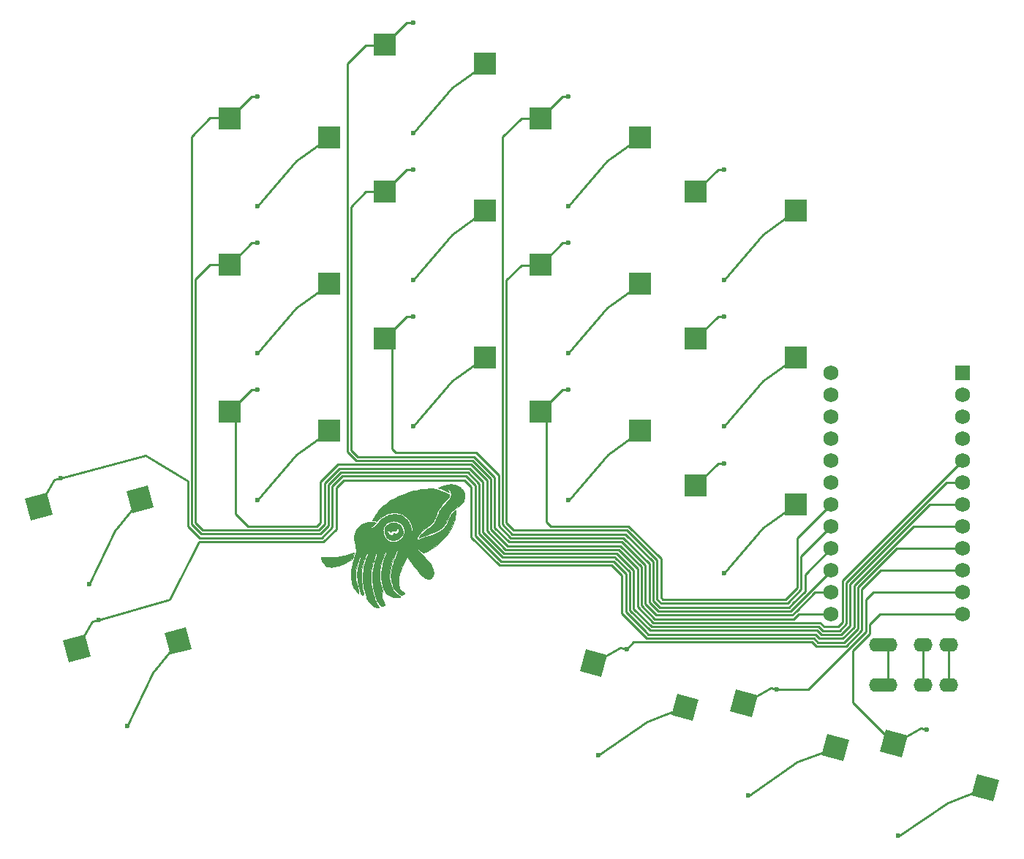
<source format=gbr>
%TF.GenerationSoftware,KiCad,Pcbnew,(5.1.9)-1*%
%TF.CreationDate,2021-04-26T15:19:46+02:00*%
%TF.ProjectId,sepia,73657069-612e-46b6-9963-61645f706362,VERSION_HERE*%
%TF.SameCoordinates,Original*%
%TF.FileFunction,Copper,L2,Bot*%
%TF.FilePolarity,Positive*%
%FSLAX46Y46*%
G04 Gerber Fmt 4.6, Leading zero omitted, Abs format (unit mm)*
G04 Created by KiCad (PCBNEW (5.1.9)-1) date 2021-04-26 15:19:46*
%MOMM*%
%LPD*%
G01*
G04 APERTURE LIST*
%TA.AperFunction,EtchedComponent*%
%ADD10C,0.010000*%
%TD*%
%TA.AperFunction,ComponentPad*%
%ADD11O,2.200000X1.600000*%
%TD*%
%TA.AperFunction,ComponentPad*%
%ADD12R,1.752600X1.752600*%
%TD*%
%TA.AperFunction,ComponentPad*%
%ADD13C,1.752600*%
%TD*%
%TA.AperFunction,SMDPad,CuDef*%
%ADD14C,0.150000*%
%TD*%
%TA.AperFunction,ComponentPad*%
%ADD15C,0.600000*%
%TD*%
%TA.AperFunction,SMDPad,CuDef*%
%ADD16R,2.600000X2.600000*%
%TD*%
%TA.AperFunction,Conductor*%
%ADD17C,0.250000*%
%TD*%
G04 APERTURE END LIST*
D10*
%TO.C,G\u002A\u002A\u002A*%
G36*
X80876474Y-78585028D02*
G01*
X81154601Y-78520440D01*
X81425493Y-78465153D01*
X81674687Y-78422588D01*
X81829667Y-78402054D01*
X82005642Y-78384637D01*
X82201633Y-78368996D01*
X82406869Y-78355648D01*
X82610579Y-78345112D01*
X82801992Y-78337905D01*
X82970337Y-78334543D01*
X83104843Y-78335544D01*
X83160521Y-78338144D01*
X83313518Y-78358923D01*
X83500859Y-78400389D01*
X83712290Y-78458913D01*
X83937555Y-78530865D01*
X84166395Y-78612616D01*
X84388557Y-78700536D01*
X84593782Y-78790995D01*
X84771815Y-78880366D01*
X84890267Y-78950257D01*
X84967357Y-79002180D01*
X85010292Y-79039373D01*
X85028215Y-79073671D01*
X85030268Y-79116910D01*
X85029386Y-79130344D01*
X85009068Y-79218721D01*
X84958590Y-79322897D01*
X84875609Y-79446179D01*
X84757784Y-79591872D01*
X84602773Y-79763282D01*
X84518851Y-79851146D01*
X84334222Y-80043019D01*
X84181032Y-80206206D01*
X84054498Y-80347640D01*
X83949837Y-80474254D01*
X83862264Y-80592980D01*
X83786999Y-80710752D01*
X83719258Y-80834503D01*
X83654259Y-80971163D01*
X83587218Y-81127669D01*
X83515522Y-81305477D01*
X83456650Y-81453755D01*
X83399151Y-81598308D01*
X83347793Y-81727164D01*
X83307347Y-81828347D01*
X83289535Y-81872698D01*
X83240149Y-81985073D01*
X83184500Y-82088219D01*
X83117893Y-82187084D01*
X83035630Y-82286617D01*
X82933018Y-82391768D01*
X82805358Y-82507484D01*
X82647958Y-82638712D01*
X82456121Y-82790402D01*
X82317148Y-82897417D01*
X82078191Y-83083668D01*
X81878921Y-83247336D01*
X81715615Y-83392222D01*
X81584546Y-83522124D01*
X81481992Y-83640843D01*
X81404230Y-83752180D01*
X81347531Y-83859933D01*
X81328798Y-83905851D01*
X81291572Y-84020356D01*
X81280703Y-84102114D01*
X81296299Y-84161871D01*
X81331792Y-84204605D01*
X81370550Y-84231627D01*
X81414952Y-84239063D01*
X81481971Y-84227906D01*
X81527696Y-84216094D01*
X81616322Y-84187894D01*
X81730804Y-84145759D01*
X81850972Y-84097247D01*
X81891572Y-84079751D01*
X81981753Y-84042690D01*
X82109751Y-83993657D01*
X82265097Y-83936479D01*
X82437329Y-83874980D01*
X82615976Y-83812984D01*
X82693921Y-83786533D01*
X82973683Y-83690690D01*
X83211016Y-83605256D01*
X83412444Y-83527068D01*
X83584495Y-83452967D01*
X83733691Y-83379789D01*
X83866559Y-83304372D01*
X83989624Y-83223555D01*
X84109410Y-83134177D01*
X84210635Y-83051545D01*
X84363567Y-82914161D01*
X84492408Y-82777078D01*
X84604079Y-82630168D01*
X84705501Y-82463301D01*
X84803596Y-82266349D01*
X84899417Y-82043605D01*
X85027340Y-81746714D01*
X85148577Y-81499395D01*
X85262989Y-81301907D01*
X85351738Y-81177186D01*
X85399897Y-81124441D01*
X85467887Y-81059059D01*
X85546105Y-80989149D01*
X85624948Y-80922818D01*
X85694813Y-80868173D01*
X85746097Y-80833320D01*
X85768320Y-80825508D01*
X85772954Y-80854208D01*
X85770170Y-80924761D01*
X85761084Y-81028945D01*
X85746808Y-81158533D01*
X85728460Y-81305303D01*
X85707153Y-81461029D01*
X85684002Y-81617488D01*
X85660121Y-81766455D01*
X85636625Y-81899705D01*
X85614631Y-82009016D01*
X85599418Y-82071692D01*
X85538574Y-82257743D01*
X85452475Y-82471975D01*
X85347172Y-82702564D01*
X85228717Y-82937687D01*
X85103163Y-83165519D01*
X84976563Y-83374237D01*
X84854968Y-83552015D01*
X84814652Y-83604817D01*
X84602366Y-83857652D01*
X84359707Y-84119903D01*
X84096353Y-84382566D01*
X83821981Y-84636636D01*
X83546265Y-84873108D01*
X83278885Y-85082977D01*
X83061517Y-85236290D01*
X82980151Y-85287188D01*
X82870770Y-85351434D01*
X82741969Y-85424409D01*
X82602340Y-85501492D01*
X82460477Y-85578065D01*
X82324977Y-85649510D01*
X82204430Y-85711207D01*
X82107433Y-85758536D01*
X82042579Y-85786878D01*
X82028112Y-85791721D01*
X81997810Y-85778821D01*
X81938133Y-85737063D01*
X81856742Y-85672352D01*
X81761304Y-85590599D01*
X81724350Y-85557561D01*
X81613834Y-85459179D01*
X81533012Y-85391694D01*
X81475237Y-85350513D01*
X81433859Y-85331045D01*
X81402225Y-85328693D01*
X81395184Y-85330209D01*
X81347348Y-85357740D01*
X81330869Y-85387725D01*
X81347663Y-85418226D01*
X81398894Y-85479614D01*
X81481440Y-85568569D01*
X81592180Y-85681773D01*
X81727994Y-85815906D01*
X81790079Y-85876062D01*
X82076730Y-86159276D01*
X82328008Y-86421960D01*
X82542284Y-86662271D01*
X82717931Y-86878369D01*
X82853321Y-87068413D01*
X82875353Y-87103020D01*
X82928647Y-87191722D01*
X82970223Y-87270916D01*
X83005335Y-87353718D01*
X83039235Y-87453240D01*
X83077180Y-87582596D01*
X83098903Y-87661076D01*
X83137834Y-87806410D01*
X83163964Y-87914770D01*
X83179079Y-87997840D01*
X83184969Y-88067306D01*
X83183421Y-88134853D01*
X83179083Y-88185130D01*
X83152335Y-88324615D01*
X83103931Y-88464563D01*
X83041015Y-88588276D01*
X82970733Y-88679057D01*
X82965727Y-88683742D01*
X82881246Y-88736136D01*
X82766402Y-88775949D01*
X82641010Y-88798539D01*
X82524882Y-88799265D01*
X82493771Y-88794305D01*
X82368557Y-88757142D01*
X82239332Y-88696989D01*
X82103909Y-88611617D01*
X81960102Y-88498800D01*
X81805726Y-88356313D01*
X81638593Y-88181928D01*
X81456516Y-87973419D01*
X81257313Y-87728560D01*
X81038794Y-87445124D01*
X80798774Y-87120885D01*
X80654483Y-86921113D01*
X80523103Y-86738176D01*
X80417713Y-86592603D01*
X80334922Y-86480311D01*
X80271340Y-86397222D01*
X80223573Y-86339255D01*
X80188234Y-86302334D01*
X80161930Y-86282376D01*
X80141270Y-86275302D01*
X80122863Y-86277033D01*
X80119816Y-86277880D01*
X80094190Y-86305243D01*
X80052037Y-86373643D01*
X79996076Y-86477102D01*
X79929019Y-86609641D01*
X79853584Y-86765281D01*
X79772485Y-86938047D01*
X79688440Y-87121957D01*
X79604163Y-87311035D01*
X79522370Y-87499303D01*
X79445776Y-87680782D01*
X79377099Y-87849493D01*
X79319052Y-87999461D01*
X79274352Y-88124704D01*
X79258642Y-88173604D01*
X79166427Y-88548439D01*
X79122864Y-88910514D01*
X79127886Y-89261455D01*
X79181428Y-89602887D01*
X79196972Y-89666400D01*
X79237027Y-89812759D01*
X79275144Y-89921047D01*
X79319723Y-90002934D01*
X79379161Y-90070085D01*
X79461858Y-90134168D01*
X79576211Y-90206851D01*
X79593613Y-90217402D01*
X79720900Y-90303346D01*
X79799196Y-90378647D01*
X79828775Y-90445043D01*
X79809917Y-90504267D01*
X79742897Y-90558056D01*
X79654415Y-90598483D01*
X79511240Y-90652977D01*
X79189018Y-90460744D01*
X79028587Y-90361155D01*
X78897099Y-90268119D01*
X78789548Y-90174205D01*
X78700927Y-90071986D01*
X78626230Y-89954034D01*
X78560449Y-89812920D01*
X78498579Y-89641214D01*
X78435613Y-89431491D01*
X78394617Y-89282047D01*
X78330331Y-89021251D01*
X78286920Y-88787944D01*
X78264190Y-88569530D01*
X78261952Y-88353410D01*
X78280012Y-88126989D01*
X78318181Y-87877669D01*
X78369427Y-87623933D01*
X78415609Y-87425569D01*
X78467266Y-87231144D01*
X78527321Y-87031767D01*
X78598690Y-86818544D01*
X78684295Y-86582585D01*
X78787056Y-86314999D01*
X78858368Y-86135052D01*
X78931638Y-85948969D01*
X78985592Y-85804853D01*
X79021643Y-85698296D01*
X79041207Y-85624885D01*
X79045699Y-85580211D01*
X79041350Y-85564714D01*
X78998996Y-85532073D01*
X78947766Y-85545244D01*
X78892885Y-85601238D01*
X78850227Y-85674107D01*
X78821100Y-85738073D01*
X78777490Y-85839074D01*
X78723680Y-85966938D01*
X78663955Y-86111493D01*
X78607610Y-86250131D01*
X78430794Y-86717649D01*
X78290556Y-87154327D01*
X78186598Y-87564267D01*
X78118622Y-87951570D01*
X78086332Y-88320342D01*
X78089429Y-88674683D01*
X78127620Y-89018696D01*
X78200604Y-89356484D01*
X78308087Y-89692149D01*
X78350552Y-89801851D01*
X78452361Y-90018720D01*
X78573201Y-90204159D01*
X78720865Y-90366656D01*
X78903147Y-90514700D01*
X79127841Y-90656775D01*
X79143983Y-90665939D01*
X79252077Y-90730122D01*
X79320220Y-90780262D01*
X79354769Y-90823198D01*
X79362082Y-90865771D01*
X79356021Y-90894049D01*
X79323655Y-90919121D01*
X79250362Y-90938196D01*
X79145758Y-90950445D01*
X79019456Y-90955031D01*
X78881064Y-90951122D01*
X78787032Y-90943404D01*
X78660972Y-90924336D01*
X78533054Y-90891811D01*
X78393170Y-90842237D01*
X78231210Y-90772026D01*
X78037062Y-90677585D01*
X78033442Y-90675759D01*
X77917548Y-90613547D01*
X77829127Y-90554412D01*
X77750197Y-90484153D01*
X77662777Y-90388574D01*
X77648044Y-90371438D01*
X77565933Y-90272075D01*
X77508782Y-90191332D01*
X77466200Y-90111345D01*
X77427795Y-90014251D01*
X77409469Y-89961288D01*
X77362331Y-89806161D01*
X77313455Y-89618000D01*
X77265512Y-89409923D01*
X77221178Y-89195049D01*
X77183124Y-88986497D01*
X77154024Y-88797386D01*
X77136552Y-88640833D01*
X77134530Y-88612014D01*
X77131275Y-88167272D01*
X77173163Y-87706542D01*
X77259149Y-87234989D01*
X77388189Y-86757779D01*
X77559237Y-86280074D01*
X77649173Y-86067365D01*
X77714669Y-85912249D01*
X77755320Y-85796925D01*
X77771906Y-85717325D01*
X77765211Y-85669377D01*
X77736015Y-85649014D01*
X77729726Y-85648086D01*
X77677829Y-85659861D01*
X77624539Y-85708938D01*
X77565880Y-85799858D01*
X77522372Y-85884828D01*
X77364780Y-86238990D01*
X77236759Y-86588527D01*
X77132426Y-86951469D01*
X77046312Y-87343676D01*
X76988521Y-87688814D01*
X76953130Y-88012438D01*
X76940663Y-88324695D01*
X76951645Y-88635735D01*
X76986600Y-88955700D01*
X77046054Y-89294739D01*
X77130533Y-89662997D01*
X77175166Y-89834661D01*
X77292144Y-90271310D01*
X77242375Y-90474550D01*
X77207082Y-90705451D01*
X77209885Y-90856736D01*
X77219178Y-90936151D01*
X77232745Y-91004095D01*
X77254995Y-91073188D01*
X77290341Y-91156043D01*
X77343194Y-91265277D01*
X77374616Y-91327888D01*
X77445436Y-91470004D01*
X77494996Y-91575434D01*
X77525953Y-91652305D01*
X77540970Y-91708743D01*
X77542707Y-91752877D01*
X77533824Y-91792836D01*
X77530210Y-91803249D01*
X77508484Y-91843296D01*
X77469684Y-91870793D01*
X77399640Y-91894366D01*
X77366290Y-91902993D01*
X77250689Y-91929173D01*
X77168565Y-91936270D01*
X77104758Y-91919863D01*
X77044105Y-91875532D01*
X76971449Y-91798857D01*
X76958369Y-91784056D01*
X76837718Y-91628566D01*
X76727119Y-91445868D01*
X76624266Y-91230822D01*
X76526858Y-90978285D01*
X76432593Y-90683117D01*
X76377698Y-90487562D01*
X76281594Y-90107428D01*
X76205901Y-89752475D01*
X76150810Y-89415695D01*
X76116517Y-89090081D01*
X76103212Y-88768623D01*
X76111091Y-88444313D01*
X76140347Y-88110143D01*
X76191173Y-87759105D01*
X76263762Y-87384189D01*
X76358308Y-86978389D01*
X76475005Y-86534696D01*
X76488091Y-86487284D01*
X76534550Y-86314711D01*
X76573590Y-86159999D01*
X76603673Y-86029984D01*
X76623262Y-85931512D01*
X76630820Y-85871422D01*
X76629533Y-85857725D01*
X76592860Y-85821882D01*
X76540894Y-85821865D01*
X76491819Y-85855290D01*
X76476949Y-85877729D01*
X76453840Y-85935635D01*
X76421143Y-86035315D01*
X76380910Y-86169092D01*
X76335191Y-86329288D01*
X76286035Y-86508229D01*
X76235493Y-86698238D01*
X76185616Y-86891640D01*
X76138453Y-87080756D01*
X76096054Y-87257914D01*
X76060469Y-87415433D01*
X76039772Y-87514623D01*
X75970433Y-87921025D01*
X75929615Y-88306719D01*
X75916742Y-88687970D01*
X75931230Y-89081043D01*
X75969700Y-89479305D01*
X75988080Y-89591931D01*
X76021289Y-89750391D01*
X76068722Y-89952117D01*
X76129775Y-90194543D01*
X76203845Y-90475102D01*
X76205464Y-90481120D01*
X76277634Y-90744885D01*
X76341105Y-90965587D01*
X76398481Y-91149688D01*
X76452364Y-91303650D01*
X76505357Y-91433937D01*
X76560063Y-91547013D01*
X76619085Y-91649338D01*
X76685024Y-91747379D01*
X76750787Y-91835169D01*
X76824689Y-91933950D01*
X76866646Y-92002226D01*
X76878636Y-92047312D01*
X76862635Y-92076521D01*
X76821494Y-92096860D01*
X76755975Y-92108107D01*
X76664565Y-92110163D01*
X76600387Y-92105852D01*
X76436689Y-92065599D01*
X76264451Y-91982075D01*
X76091538Y-91860089D01*
X75925816Y-91704446D01*
X75903152Y-91679705D01*
X75789791Y-91548398D01*
X75693296Y-91423020D01*
X75610070Y-91295941D01*
X75536518Y-91159532D01*
X75469048Y-91006164D01*
X75404064Y-90828207D01*
X75337970Y-90618030D01*
X75267172Y-90368006D01*
X75242992Y-90278542D01*
X75178063Y-90029114D01*
X75127453Y-89815004D01*
X75089287Y-89623374D01*
X75061695Y-89441393D01*
X75042803Y-89256224D01*
X75030737Y-89055034D01*
X75023626Y-88824988D01*
X75022509Y-88767441D01*
X75025935Y-88306515D01*
X75054826Y-87879402D01*
X75111355Y-87474769D01*
X75197700Y-87081281D01*
X75316036Y-86687604D01*
X75468537Y-86282404D01*
X75525444Y-86147214D01*
X75578227Y-86019832D01*
X75609814Y-85930032D01*
X75622299Y-85870244D01*
X75617768Y-85832901D01*
X75614158Y-85826084D01*
X75576463Y-85795471D01*
X75521220Y-85804745D01*
X75478246Y-85843034D01*
X75425391Y-85924077D01*
X75365113Y-86041348D01*
X75299870Y-86188323D01*
X75232119Y-86358474D01*
X75164320Y-86545278D01*
X75098929Y-86742207D01*
X75038405Y-86942739D01*
X74985206Y-87140347D01*
X74941790Y-87328506D01*
X74935390Y-87359931D01*
X74874828Y-87748848D01*
X74840025Y-88168843D01*
X74830694Y-88607376D01*
X74846544Y-89051910D01*
X74887285Y-89489910D01*
X74952629Y-89908839D01*
X74999330Y-90128188D01*
X75036293Y-90286507D01*
X75062103Y-90403029D01*
X75077720Y-90485291D01*
X75084097Y-90540833D01*
X75082195Y-90577193D01*
X75072971Y-90601910D01*
X75061497Y-90617728D01*
X75022291Y-90657173D01*
X74985726Y-90667950D01*
X74940022Y-90647698D01*
X74873403Y-90594056D01*
X74852978Y-90575937D01*
X74736703Y-90471938D01*
X74569325Y-89738627D01*
X74524739Y-89540381D01*
X74482490Y-89347048D01*
X74444385Y-89167335D01*
X74412235Y-89009945D01*
X74387851Y-88883585D01*
X74373042Y-88796960D01*
X74372019Y-88789821D01*
X74347907Y-88564846D01*
X74339660Y-88341996D01*
X74348199Y-88113828D01*
X74374449Y-87872903D01*
X74419332Y-87611778D01*
X74483771Y-87323012D01*
X74568689Y-86999164D01*
X74613896Y-86839774D01*
X74664803Y-86661779D01*
X74701883Y-86526095D01*
X74726257Y-86426485D01*
X74739048Y-86356709D01*
X74741374Y-86310529D01*
X74734358Y-86281705D01*
X74719119Y-86263999D01*
X74717544Y-86262852D01*
X74682870Y-86244802D01*
X74650771Y-86245081D01*
X74619446Y-86267645D01*
X74587102Y-86316451D01*
X74551940Y-86395455D01*
X74512164Y-86508617D01*
X74465977Y-86659890D01*
X74411583Y-86853235D01*
X74356249Y-87058510D01*
X74288220Y-87323900D01*
X74233700Y-87563361D01*
X74192834Y-87784014D01*
X74165761Y-87992979D01*
X74152628Y-88197377D01*
X74153575Y-88404328D01*
X74168747Y-88620953D01*
X74198286Y-88854372D01*
X74242335Y-89111706D01*
X74301038Y-89400074D01*
X74374537Y-89726599D01*
X74413131Y-89890636D01*
X74462604Y-90102695D01*
X74498982Y-90267672D01*
X74522629Y-90387472D01*
X74533908Y-90463998D01*
X74533180Y-90499155D01*
X74529626Y-90502061D01*
X74471970Y-90478287D01*
X74397127Y-90415231D01*
X74310016Y-90319348D01*
X74215555Y-90197095D01*
X74118667Y-90054925D01*
X74024266Y-89899295D01*
X73937276Y-89736660D01*
X73920904Y-89703246D01*
X73839941Y-89510117D01*
X73766538Y-89287674D01*
X73704804Y-89052418D01*
X73658842Y-88820850D01*
X73632758Y-88609471D01*
X73628674Y-88528819D01*
X73630833Y-88162676D01*
X73655795Y-87810568D01*
X73705476Y-87460704D01*
X73781788Y-87101292D01*
X73886647Y-86720543D01*
X73959555Y-86490564D01*
X74013952Y-86325407D01*
X74066067Y-86166454D01*
X74112662Y-86023636D01*
X74150500Y-85906883D01*
X74176343Y-85826124D01*
X74180271Y-85813615D01*
X74207801Y-85709721D01*
X74223810Y-85604923D01*
X74227805Y-85491126D01*
X74219295Y-85360235D01*
X74197786Y-85204152D01*
X74162786Y-85014783D01*
X74119083Y-84808009D01*
X74070301Y-84579906D01*
X74063169Y-84543119D01*
X77410408Y-83646230D01*
X77467632Y-83823046D01*
X77511810Y-83926287D01*
X77629062Y-84114845D01*
X77779018Y-84268256D01*
X77956455Y-84385163D01*
X78156146Y-84464211D01*
X78372867Y-84504044D01*
X78601392Y-84503306D01*
X78836496Y-84460642D01*
X79072953Y-84374697D01*
X79131338Y-84346457D01*
X79322658Y-84228650D01*
X79496786Y-84082169D01*
X79640467Y-83919062D01*
X79700028Y-83829509D01*
X79788442Y-83645766D01*
X79833628Y-83463748D01*
X79835906Y-83275397D01*
X79795598Y-83072654D01*
X79736983Y-82904737D01*
X79620951Y-82666954D01*
X79480825Y-82472594D01*
X79314063Y-82319075D01*
X79118120Y-82203817D01*
X78999680Y-82156715D01*
X78841421Y-82107773D01*
X78707440Y-82080920D01*
X78580979Y-82075792D01*
X78445279Y-82092025D01*
X78283586Y-82129256D01*
X78242667Y-82140281D01*
X78110932Y-82178024D01*
X78014346Y-82210864D01*
X77938499Y-82245049D01*
X77868978Y-82286825D01*
X77812467Y-82326791D01*
X77642839Y-82472973D01*
X77504125Y-82636441D01*
X77402845Y-82808209D01*
X77348083Y-82966973D01*
X77333892Y-83104546D01*
X77341145Y-83272960D01*
X77367448Y-83458194D01*
X77410408Y-83646230D01*
X74063169Y-84543119D01*
X74033933Y-84392289D01*
X74009506Y-84236505D01*
X73996540Y-84103904D01*
X73994555Y-83985832D01*
X74003076Y-83873641D01*
X74021624Y-83758677D01*
X74049720Y-83632291D01*
X74053319Y-83617543D01*
X74127779Y-83373521D01*
X74226626Y-83160508D01*
X74357162Y-82966617D01*
X74526687Y-82779965D01*
X74622707Y-82690649D01*
X74772175Y-82564971D01*
X74911190Y-82466609D01*
X75051586Y-82390249D01*
X75205199Y-82330575D01*
X75383863Y-82282271D01*
X75599414Y-82240021D01*
X75641983Y-82232824D01*
X75783101Y-82210128D01*
X75888712Y-82196326D01*
X75973310Y-82191329D01*
X76051386Y-82195049D01*
X76137433Y-82207396D01*
X76245944Y-82228280D01*
X76249945Y-82229087D01*
X76514084Y-82282424D01*
X76427768Y-82394362D01*
X76339296Y-82497081D01*
X76244716Y-82577670D01*
X76125968Y-82650505D01*
X76068951Y-82680041D01*
X75980312Y-82732891D01*
X75938270Y-82781843D01*
X75939463Y-82832213D01*
X75955368Y-82859791D01*
X75977850Y-82876660D01*
X76017045Y-82876830D01*
X76084642Y-82859080D01*
X76140430Y-82840451D01*
X76250792Y-82795665D01*
X76347355Y-82739420D01*
X76439144Y-82663994D01*
X76535184Y-82561671D01*
X76644497Y-82424728D01*
X76676949Y-82381502D01*
X76853999Y-82162829D01*
X77039803Y-81974894D01*
X77244503Y-81809635D01*
X77478243Y-81658995D01*
X77751166Y-81514912D01*
X77792628Y-81495020D01*
X78043289Y-81390736D01*
X78282735Y-81324169D01*
X78523294Y-81293885D01*
X78777291Y-81298446D01*
X79057053Y-81336416D01*
X79094126Y-81343377D01*
X79311588Y-81395426D01*
X79498650Y-81464913D01*
X79666913Y-81558681D01*
X79827978Y-81683563D01*
X79993445Y-81846400D01*
X80046765Y-81904891D01*
X80152381Y-82026502D01*
X80236164Y-82133384D01*
X80303867Y-82236426D01*
X80361242Y-82346513D01*
X80414043Y-82474532D01*
X80468023Y-82631369D01*
X80521481Y-82803235D01*
X80569494Y-82961189D01*
X80605688Y-83076919D01*
X80632867Y-83156849D01*
X80653840Y-83207406D01*
X80671411Y-83235012D01*
X80688386Y-83246093D01*
X80707571Y-83247074D01*
X80714967Y-83246264D01*
X80751931Y-83231716D01*
X80772989Y-83195403D01*
X80777974Y-83131995D01*
X80766717Y-83036163D01*
X80739053Y-82902576D01*
X80699156Y-82742479D01*
X80652005Y-82571432D01*
X80609062Y-82438418D01*
X80566014Y-82331390D01*
X80518721Y-82238610D01*
X80401503Y-82054668D01*
X80260495Y-81870310D01*
X80104317Y-81694421D01*
X79941593Y-81535894D01*
X79780942Y-81403614D01*
X79630987Y-81306471D01*
X79598396Y-81289781D01*
X79494130Y-81249231D01*
X79353748Y-81208173D01*
X79191799Y-81169767D01*
X79022836Y-81137169D01*
X78861409Y-81113537D01*
X78735896Y-81102606D01*
X78536512Y-81101251D01*
X78348831Y-81118896D01*
X78161594Y-81158286D01*
X77963545Y-81222167D01*
X77743425Y-81313287D01*
X77602448Y-81379100D01*
X77333200Y-81522503D01*
X77093184Y-81681706D01*
X76865811Y-81868627D01*
X76700253Y-82027436D01*
X76617377Y-82111274D01*
X76360977Y-82059236D01*
X76104576Y-82007197D01*
X76173549Y-81858863D01*
X76239188Y-81731110D01*
X76328527Y-81576056D01*
X76433594Y-81406119D01*
X76546414Y-81233713D01*
X76659014Y-81071255D01*
X76763421Y-80931162D01*
X76793533Y-80893410D01*
X76907547Y-80764808D01*
X77054110Y-80616798D01*
X77223432Y-80458044D01*
X77405726Y-80297211D01*
X77591202Y-80142967D01*
X77770073Y-80003978D01*
X77914408Y-79901055D01*
X78257938Y-79684214D01*
X78643640Y-79468140D01*
X79063001Y-79257034D01*
X79507508Y-79055100D01*
X79968651Y-78866543D01*
X80143300Y-78800447D01*
X80356361Y-78728448D01*
X80605573Y-78655504D01*
X80876474Y-78585028D01*
G37*
X80876474Y-78585028D02*
X81154601Y-78520440D01*
X81425493Y-78465153D01*
X81674687Y-78422588D01*
X81829667Y-78402054D01*
X82005642Y-78384637D01*
X82201633Y-78368996D01*
X82406869Y-78355648D01*
X82610579Y-78345112D01*
X82801992Y-78337905D01*
X82970337Y-78334543D01*
X83104843Y-78335544D01*
X83160521Y-78338144D01*
X83313518Y-78358923D01*
X83500859Y-78400389D01*
X83712290Y-78458913D01*
X83937555Y-78530865D01*
X84166395Y-78612616D01*
X84388557Y-78700536D01*
X84593782Y-78790995D01*
X84771815Y-78880366D01*
X84890267Y-78950257D01*
X84967357Y-79002180D01*
X85010292Y-79039373D01*
X85028215Y-79073671D01*
X85030268Y-79116910D01*
X85029386Y-79130344D01*
X85009068Y-79218721D01*
X84958590Y-79322897D01*
X84875609Y-79446179D01*
X84757784Y-79591872D01*
X84602773Y-79763282D01*
X84518851Y-79851146D01*
X84334222Y-80043019D01*
X84181032Y-80206206D01*
X84054498Y-80347640D01*
X83949837Y-80474254D01*
X83862264Y-80592980D01*
X83786999Y-80710752D01*
X83719258Y-80834503D01*
X83654259Y-80971163D01*
X83587218Y-81127669D01*
X83515522Y-81305477D01*
X83456650Y-81453755D01*
X83399151Y-81598308D01*
X83347793Y-81727164D01*
X83307347Y-81828347D01*
X83289535Y-81872698D01*
X83240149Y-81985073D01*
X83184500Y-82088219D01*
X83117893Y-82187084D01*
X83035630Y-82286617D01*
X82933018Y-82391768D01*
X82805358Y-82507484D01*
X82647958Y-82638712D01*
X82456121Y-82790402D01*
X82317148Y-82897417D01*
X82078191Y-83083668D01*
X81878921Y-83247336D01*
X81715615Y-83392222D01*
X81584546Y-83522124D01*
X81481992Y-83640843D01*
X81404230Y-83752180D01*
X81347531Y-83859933D01*
X81328798Y-83905851D01*
X81291572Y-84020356D01*
X81280703Y-84102114D01*
X81296299Y-84161871D01*
X81331792Y-84204605D01*
X81370550Y-84231627D01*
X81414952Y-84239063D01*
X81481971Y-84227906D01*
X81527696Y-84216094D01*
X81616322Y-84187894D01*
X81730804Y-84145759D01*
X81850972Y-84097247D01*
X81891572Y-84079751D01*
X81981753Y-84042690D01*
X82109751Y-83993657D01*
X82265097Y-83936479D01*
X82437329Y-83874980D01*
X82615976Y-83812984D01*
X82693921Y-83786533D01*
X82973683Y-83690690D01*
X83211016Y-83605256D01*
X83412444Y-83527068D01*
X83584495Y-83452967D01*
X83733691Y-83379789D01*
X83866559Y-83304372D01*
X83989624Y-83223555D01*
X84109410Y-83134177D01*
X84210635Y-83051545D01*
X84363567Y-82914161D01*
X84492408Y-82777078D01*
X84604079Y-82630168D01*
X84705501Y-82463301D01*
X84803596Y-82266349D01*
X84899417Y-82043605D01*
X85027340Y-81746714D01*
X85148577Y-81499395D01*
X85262989Y-81301907D01*
X85351738Y-81177186D01*
X85399897Y-81124441D01*
X85467887Y-81059059D01*
X85546105Y-80989149D01*
X85624948Y-80922818D01*
X85694813Y-80868173D01*
X85746097Y-80833320D01*
X85768320Y-80825508D01*
X85772954Y-80854208D01*
X85770170Y-80924761D01*
X85761084Y-81028945D01*
X85746808Y-81158533D01*
X85728460Y-81305303D01*
X85707153Y-81461029D01*
X85684002Y-81617488D01*
X85660121Y-81766455D01*
X85636625Y-81899705D01*
X85614631Y-82009016D01*
X85599418Y-82071692D01*
X85538574Y-82257743D01*
X85452475Y-82471975D01*
X85347172Y-82702564D01*
X85228717Y-82937687D01*
X85103163Y-83165519D01*
X84976563Y-83374237D01*
X84854968Y-83552015D01*
X84814652Y-83604817D01*
X84602366Y-83857652D01*
X84359707Y-84119903D01*
X84096353Y-84382566D01*
X83821981Y-84636636D01*
X83546265Y-84873108D01*
X83278885Y-85082977D01*
X83061517Y-85236290D01*
X82980151Y-85287188D01*
X82870770Y-85351434D01*
X82741969Y-85424409D01*
X82602340Y-85501492D01*
X82460477Y-85578065D01*
X82324977Y-85649510D01*
X82204430Y-85711207D01*
X82107433Y-85758536D01*
X82042579Y-85786878D01*
X82028112Y-85791721D01*
X81997810Y-85778821D01*
X81938133Y-85737063D01*
X81856742Y-85672352D01*
X81761304Y-85590599D01*
X81724350Y-85557561D01*
X81613834Y-85459179D01*
X81533012Y-85391694D01*
X81475237Y-85350513D01*
X81433859Y-85331045D01*
X81402225Y-85328693D01*
X81395184Y-85330209D01*
X81347348Y-85357740D01*
X81330869Y-85387725D01*
X81347663Y-85418226D01*
X81398894Y-85479614D01*
X81481440Y-85568569D01*
X81592180Y-85681773D01*
X81727994Y-85815906D01*
X81790079Y-85876062D01*
X82076730Y-86159276D01*
X82328008Y-86421960D01*
X82542284Y-86662271D01*
X82717931Y-86878369D01*
X82853321Y-87068413D01*
X82875353Y-87103020D01*
X82928647Y-87191722D01*
X82970223Y-87270916D01*
X83005335Y-87353718D01*
X83039235Y-87453240D01*
X83077180Y-87582596D01*
X83098903Y-87661076D01*
X83137834Y-87806410D01*
X83163964Y-87914770D01*
X83179079Y-87997840D01*
X83184969Y-88067306D01*
X83183421Y-88134853D01*
X83179083Y-88185130D01*
X83152335Y-88324615D01*
X83103931Y-88464563D01*
X83041015Y-88588276D01*
X82970733Y-88679057D01*
X82965727Y-88683742D01*
X82881246Y-88736136D01*
X82766402Y-88775949D01*
X82641010Y-88798539D01*
X82524882Y-88799265D01*
X82493771Y-88794305D01*
X82368557Y-88757142D01*
X82239332Y-88696989D01*
X82103909Y-88611617D01*
X81960102Y-88498800D01*
X81805726Y-88356313D01*
X81638593Y-88181928D01*
X81456516Y-87973419D01*
X81257313Y-87728560D01*
X81038794Y-87445124D01*
X80798774Y-87120885D01*
X80654483Y-86921113D01*
X80523103Y-86738176D01*
X80417713Y-86592603D01*
X80334922Y-86480311D01*
X80271340Y-86397222D01*
X80223573Y-86339255D01*
X80188234Y-86302334D01*
X80161930Y-86282376D01*
X80141270Y-86275302D01*
X80122863Y-86277033D01*
X80119816Y-86277880D01*
X80094190Y-86305243D01*
X80052037Y-86373643D01*
X79996076Y-86477102D01*
X79929019Y-86609641D01*
X79853584Y-86765281D01*
X79772485Y-86938047D01*
X79688440Y-87121957D01*
X79604163Y-87311035D01*
X79522370Y-87499303D01*
X79445776Y-87680782D01*
X79377099Y-87849493D01*
X79319052Y-87999461D01*
X79274352Y-88124704D01*
X79258642Y-88173604D01*
X79166427Y-88548439D01*
X79122864Y-88910514D01*
X79127886Y-89261455D01*
X79181428Y-89602887D01*
X79196972Y-89666400D01*
X79237027Y-89812759D01*
X79275144Y-89921047D01*
X79319723Y-90002934D01*
X79379161Y-90070085D01*
X79461858Y-90134168D01*
X79576211Y-90206851D01*
X79593613Y-90217402D01*
X79720900Y-90303346D01*
X79799196Y-90378647D01*
X79828775Y-90445043D01*
X79809917Y-90504267D01*
X79742897Y-90558056D01*
X79654415Y-90598483D01*
X79511240Y-90652977D01*
X79189018Y-90460744D01*
X79028587Y-90361155D01*
X78897099Y-90268119D01*
X78789548Y-90174205D01*
X78700927Y-90071986D01*
X78626230Y-89954034D01*
X78560449Y-89812920D01*
X78498579Y-89641214D01*
X78435613Y-89431491D01*
X78394617Y-89282047D01*
X78330331Y-89021251D01*
X78286920Y-88787944D01*
X78264190Y-88569530D01*
X78261952Y-88353410D01*
X78280012Y-88126989D01*
X78318181Y-87877669D01*
X78369427Y-87623933D01*
X78415609Y-87425569D01*
X78467266Y-87231144D01*
X78527321Y-87031767D01*
X78598690Y-86818544D01*
X78684295Y-86582585D01*
X78787056Y-86314999D01*
X78858368Y-86135052D01*
X78931638Y-85948969D01*
X78985592Y-85804853D01*
X79021643Y-85698296D01*
X79041207Y-85624885D01*
X79045699Y-85580211D01*
X79041350Y-85564714D01*
X78998996Y-85532073D01*
X78947766Y-85545244D01*
X78892885Y-85601238D01*
X78850227Y-85674107D01*
X78821100Y-85738073D01*
X78777490Y-85839074D01*
X78723680Y-85966938D01*
X78663955Y-86111493D01*
X78607610Y-86250131D01*
X78430794Y-86717649D01*
X78290556Y-87154327D01*
X78186598Y-87564267D01*
X78118622Y-87951570D01*
X78086332Y-88320342D01*
X78089429Y-88674683D01*
X78127620Y-89018696D01*
X78200604Y-89356484D01*
X78308087Y-89692149D01*
X78350552Y-89801851D01*
X78452361Y-90018720D01*
X78573201Y-90204159D01*
X78720865Y-90366656D01*
X78903147Y-90514700D01*
X79127841Y-90656775D01*
X79143983Y-90665939D01*
X79252077Y-90730122D01*
X79320220Y-90780262D01*
X79354769Y-90823198D01*
X79362082Y-90865771D01*
X79356021Y-90894049D01*
X79323655Y-90919121D01*
X79250362Y-90938196D01*
X79145758Y-90950445D01*
X79019456Y-90955031D01*
X78881064Y-90951122D01*
X78787032Y-90943404D01*
X78660972Y-90924336D01*
X78533054Y-90891811D01*
X78393170Y-90842237D01*
X78231210Y-90772026D01*
X78037062Y-90677585D01*
X78033442Y-90675759D01*
X77917548Y-90613547D01*
X77829127Y-90554412D01*
X77750197Y-90484153D01*
X77662777Y-90388574D01*
X77648044Y-90371438D01*
X77565933Y-90272075D01*
X77508782Y-90191332D01*
X77466200Y-90111345D01*
X77427795Y-90014251D01*
X77409469Y-89961288D01*
X77362331Y-89806161D01*
X77313455Y-89618000D01*
X77265512Y-89409923D01*
X77221178Y-89195049D01*
X77183124Y-88986497D01*
X77154024Y-88797386D01*
X77136552Y-88640833D01*
X77134530Y-88612014D01*
X77131275Y-88167272D01*
X77173163Y-87706542D01*
X77259149Y-87234989D01*
X77388189Y-86757779D01*
X77559237Y-86280074D01*
X77649173Y-86067365D01*
X77714669Y-85912249D01*
X77755320Y-85796925D01*
X77771906Y-85717325D01*
X77765211Y-85669377D01*
X77736015Y-85649014D01*
X77729726Y-85648086D01*
X77677829Y-85659861D01*
X77624539Y-85708938D01*
X77565880Y-85799858D01*
X77522372Y-85884828D01*
X77364780Y-86238990D01*
X77236759Y-86588527D01*
X77132426Y-86951469D01*
X77046312Y-87343676D01*
X76988521Y-87688814D01*
X76953130Y-88012438D01*
X76940663Y-88324695D01*
X76951645Y-88635735D01*
X76986600Y-88955700D01*
X77046054Y-89294739D01*
X77130533Y-89662997D01*
X77175166Y-89834661D01*
X77292144Y-90271310D01*
X77242375Y-90474550D01*
X77207082Y-90705451D01*
X77209885Y-90856736D01*
X77219178Y-90936151D01*
X77232745Y-91004095D01*
X77254995Y-91073188D01*
X77290341Y-91156043D01*
X77343194Y-91265277D01*
X77374616Y-91327888D01*
X77445436Y-91470004D01*
X77494996Y-91575434D01*
X77525953Y-91652305D01*
X77540970Y-91708743D01*
X77542707Y-91752877D01*
X77533824Y-91792836D01*
X77530210Y-91803249D01*
X77508484Y-91843296D01*
X77469684Y-91870793D01*
X77399640Y-91894366D01*
X77366290Y-91902993D01*
X77250689Y-91929173D01*
X77168565Y-91936270D01*
X77104758Y-91919863D01*
X77044105Y-91875532D01*
X76971449Y-91798857D01*
X76958369Y-91784056D01*
X76837718Y-91628566D01*
X76727119Y-91445868D01*
X76624266Y-91230822D01*
X76526858Y-90978285D01*
X76432593Y-90683117D01*
X76377698Y-90487562D01*
X76281594Y-90107428D01*
X76205901Y-89752475D01*
X76150810Y-89415695D01*
X76116517Y-89090081D01*
X76103212Y-88768623D01*
X76111091Y-88444313D01*
X76140347Y-88110143D01*
X76191173Y-87759105D01*
X76263762Y-87384189D01*
X76358308Y-86978389D01*
X76475005Y-86534696D01*
X76488091Y-86487284D01*
X76534550Y-86314711D01*
X76573590Y-86159999D01*
X76603673Y-86029984D01*
X76623262Y-85931512D01*
X76630820Y-85871422D01*
X76629533Y-85857725D01*
X76592860Y-85821882D01*
X76540894Y-85821865D01*
X76491819Y-85855290D01*
X76476949Y-85877729D01*
X76453840Y-85935635D01*
X76421143Y-86035315D01*
X76380910Y-86169092D01*
X76335191Y-86329288D01*
X76286035Y-86508229D01*
X76235493Y-86698238D01*
X76185616Y-86891640D01*
X76138453Y-87080756D01*
X76096054Y-87257914D01*
X76060469Y-87415433D01*
X76039772Y-87514623D01*
X75970433Y-87921025D01*
X75929615Y-88306719D01*
X75916742Y-88687970D01*
X75931230Y-89081043D01*
X75969700Y-89479305D01*
X75988080Y-89591931D01*
X76021289Y-89750391D01*
X76068722Y-89952117D01*
X76129775Y-90194543D01*
X76203845Y-90475102D01*
X76205464Y-90481120D01*
X76277634Y-90744885D01*
X76341105Y-90965587D01*
X76398481Y-91149688D01*
X76452364Y-91303650D01*
X76505357Y-91433937D01*
X76560063Y-91547013D01*
X76619085Y-91649338D01*
X76685024Y-91747379D01*
X76750787Y-91835169D01*
X76824689Y-91933950D01*
X76866646Y-92002226D01*
X76878636Y-92047312D01*
X76862635Y-92076521D01*
X76821494Y-92096860D01*
X76755975Y-92108107D01*
X76664565Y-92110163D01*
X76600387Y-92105852D01*
X76436689Y-92065599D01*
X76264451Y-91982075D01*
X76091538Y-91860089D01*
X75925816Y-91704446D01*
X75903152Y-91679705D01*
X75789791Y-91548398D01*
X75693296Y-91423020D01*
X75610070Y-91295941D01*
X75536518Y-91159532D01*
X75469048Y-91006164D01*
X75404064Y-90828207D01*
X75337970Y-90618030D01*
X75267172Y-90368006D01*
X75242992Y-90278542D01*
X75178063Y-90029114D01*
X75127453Y-89815004D01*
X75089287Y-89623374D01*
X75061695Y-89441393D01*
X75042803Y-89256224D01*
X75030737Y-89055034D01*
X75023626Y-88824988D01*
X75022509Y-88767441D01*
X75025935Y-88306515D01*
X75054826Y-87879402D01*
X75111355Y-87474769D01*
X75197700Y-87081281D01*
X75316036Y-86687604D01*
X75468537Y-86282404D01*
X75525444Y-86147214D01*
X75578227Y-86019832D01*
X75609814Y-85930032D01*
X75622299Y-85870244D01*
X75617768Y-85832901D01*
X75614158Y-85826084D01*
X75576463Y-85795471D01*
X75521220Y-85804745D01*
X75478246Y-85843034D01*
X75425391Y-85924077D01*
X75365113Y-86041348D01*
X75299870Y-86188323D01*
X75232119Y-86358474D01*
X75164320Y-86545278D01*
X75098929Y-86742207D01*
X75038405Y-86942739D01*
X74985206Y-87140347D01*
X74941790Y-87328506D01*
X74935390Y-87359931D01*
X74874828Y-87748848D01*
X74840025Y-88168843D01*
X74830694Y-88607376D01*
X74846544Y-89051910D01*
X74887285Y-89489910D01*
X74952629Y-89908839D01*
X74999330Y-90128188D01*
X75036293Y-90286507D01*
X75062103Y-90403029D01*
X75077720Y-90485291D01*
X75084097Y-90540833D01*
X75082195Y-90577193D01*
X75072971Y-90601910D01*
X75061497Y-90617728D01*
X75022291Y-90657173D01*
X74985726Y-90667950D01*
X74940022Y-90647698D01*
X74873403Y-90594056D01*
X74852978Y-90575937D01*
X74736703Y-90471938D01*
X74569325Y-89738627D01*
X74524739Y-89540381D01*
X74482490Y-89347048D01*
X74444385Y-89167335D01*
X74412235Y-89009945D01*
X74387851Y-88883585D01*
X74373042Y-88796960D01*
X74372019Y-88789821D01*
X74347907Y-88564846D01*
X74339660Y-88341996D01*
X74348199Y-88113828D01*
X74374449Y-87872903D01*
X74419332Y-87611778D01*
X74483771Y-87323012D01*
X74568689Y-86999164D01*
X74613896Y-86839774D01*
X74664803Y-86661779D01*
X74701883Y-86526095D01*
X74726257Y-86426485D01*
X74739048Y-86356709D01*
X74741374Y-86310529D01*
X74734358Y-86281705D01*
X74719119Y-86263999D01*
X74717544Y-86262852D01*
X74682870Y-86244802D01*
X74650771Y-86245081D01*
X74619446Y-86267645D01*
X74587102Y-86316451D01*
X74551940Y-86395455D01*
X74512164Y-86508617D01*
X74465977Y-86659890D01*
X74411583Y-86853235D01*
X74356249Y-87058510D01*
X74288220Y-87323900D01*
X74233700Y-87563361D01*
X74192834Y-87784014D01*
X74165761Y-87992979D01*
X74152628Y-88197377D01*
X74153575Y-88404328D01*
X74168747Y-88620953D01*
X74198286Y-88854372D01*
X74242335Y-89111706D01*
X74301038Y-89400074D01*
X74374537Y-89726599D01*
X74413131Y-89890636D01*
X74462604Y-90102695D01*
X74498982Y-90267672D01*
X74522629Y-90387472D01*
X74533908Y-90463998D01*
X74533180Y-90499155D01*
X74529626Y-90502061D01*
X74471970Y-90478287D01*
X74397127Y-90415231D01*
X74310016Y-90319348D01*
X74215555Y-90197095D01*
X74118667Y-90054925D01*
X74024266Y-89899295D01*
X73937276Y-89736660D01*
X73920904Y-89703246D01*
X73839941Y-89510117D01*
X73766538Y-89287674D01*
X73704804Y-89052418D01*
X73658842Y-88820850D01*
X73632758Y-88609471D01*
X73628674Y-88528819D01*
X73630833Y-88162676D01*
X73655795Y-87810568D01*
X73705476Y-87460704D01*
X73781788Y-87101292D01*
X73886647Y-86720543D01*
X73959555Y-86490564D01*
X74013952Y-86325407D01*
X74066067Y-86166454D01*
X74112662Y-86023636D01*
X74150500Y-85906883D01*
X74176343Y-85826124D01*
X74180271Y-85813615D01*
X74207801Y-85709721D01*
X74223810Y-85604923D01*
X74227805Y-85491126D01*
X74219295Y-85360235D01*
X74197786Y-85204152D01*
X74162786Y-85014783D01*
X74119083Y-84808009D01*
X74070301Y-84579906D01*
X74063169Y-84543119D01*
X77410408Y-83646230D01*
X77467632Y-83823046D01*
X77511810Y-83926287D01*
X77629062Y-84114845D01*
X77779018Y-84268256D01*
X77956455Y-84385163D01*
X78156146Y-84464211D01*
X78372867Y-84504044D01*
X78601392Y-84503306D01*
X78836496Y-84460642D01*
X79072953Y-84374697D01*
X79131338Y-84346457D01*
X79322658Y-84228650D01*
X79496786Y-84082169D01*
X79640467Y-83919062D01*
X79700028Y-83829509D01*
X79788442Y-83645766D01*
X79833628Y-83463748D01*
X79835906Y-83275397D01*
X79795598Y-83072654D01*
X79736983Y-82904737D01*
X79620951Y-82666954D01*
X79480825Y-82472594D01*
X79314063Y-82319075D01*
X79118120Y-82203817D01*
X78999680Y-82156715D01*
X78841421Y-82107773D01*
X78707440Y-82080920D01*
X78580979Y-82075792D01*
X78445279Y-82092025D01*
X78283586Y-82129256D01*
X78242667Y-82140281D01*
X78110932Y-82178024D01*
X78014346Y-82210864D01*
X77938499Y-82245049D01*
X77868978Y-82286825D01*
X77812467Y-82326791D01*
X77642839Y-82472973D01*
X77504125Y-82636441D01*
X77402845Y-82808209D01*
X77348083Y-82966973D01*
X77333892Y-83104546D01*
X77341145Y-83272960D01*
X77367448Y-83458194D01*
X77410408Y-83646230D01*
X74063169Y-84543119D01*
X74033933Y-84392289D01*
X74009506Y-84236505D01*
X73996540Y-84103904D01*
X73994555Y-83985832D01*
X74003076Y-83873641D01*
X74021624Y-83758677D01*
X74049720Y-83632291D01*
X74053319Y-83617543D01*
X74127779Y-83373521D01*
X74226626Y-83160508D01*
X74357162Y-82966617D01*
X74526687Y-82779965D01*
X74622707Y-82690649D01*
X74772175Y-82564971D01*
X74911190Y-82466609D01*
X75051586Y-82390249D01*
X75205199Y-82330575D01*
X75383863Y-82282271D01*
X75599414Y-82240021D01*
X75641983Y-82232824D01*
X75783101Y-82210128D01*
X75888712Y-82196326D01*
X75973310Y-82191329D01*
X76051386Y-82195049D01*
X76137433Y-82207396D01*
X76245944Y-82228280D01*
X76249945Y-82229087D01*
X76514084Y-82282424D01*
X76427768Y-82394362D01*
X76339296Y-82497081D01*
X76244716Y-82577670D01*
X76125968Y-82650505D01*
X76068951Y-82680041D01*
X75980312Y-82732891D01*
X75938270Y-82781843D01*
X75939463Y-82832213D01*
X75955368Y-82859791D01*
X75977850Y-82876660D01*
X76017045Y-82876830D01*
X76084642Y-82859080D01*
X76140430Y-82840451D01*
X76250792Y-82795665D01*
X76347355Y-82739420D01*
X76439144Y-82663994D01*
X76535184Y-82561671D01*
X76644497Y-82424728D01*
X76676949Y-82381502D01*
X76853999Y-82162829D01*
X77039803Y-81974894D01*
X77244503Y-81809635D01*
X77478243Y-81658995D01*
X77751166Y-81514912D01*
X77792628Y-81495020D01*
X78043289Y-81390736D01*
X78282735Y-81324169D01*
X78523294Y-81293885D01*
X78777291Y-81298446D01*
X79057053Y-81336416D01*
X79094126Y-81343377D01*
X79311588Y-81395426D01*
X79498650Y-81464913D01*
X79666913Y-81558681D01*
X79827978Y-81683563D01*
X79993445Y-81846400D01*
X80046765Y-81904891D01*
X80152381Y-82026502D01*
X80236164Y-82133384D01*
X80303867Y-82236426D01*
X80361242Y-82346513D01*
X80414043Y-82474532D01*
X80468023Y-82631369D01*
X80521481Y-82803235D01*
X80569494Y-82961189D01*
X80605688Y-83076919D01*
X80632867Y-83156849D01*
X80653840Y-83207406D01*
X80671411Y-83235012D01*
X80688386Y-83246093D01*
X80707571Y-83247074D01*
X80714967Y-83246264D01*
X80751931Y-83231716D01*
X80772989Y-83195403D01*
X80777974Y-83131995D01*
X80766717Y-83036163D01*
X80739053Y-82902576D01*
X80699156Y-82742479D01*
X80652005Y-82571432D01*
X80609062Y-82438418D01*
X80566014Y-82331390D01*
X80518721Y-82238610D01*
X80401503Y-82054668D01*
X80260495Y-81870310D01*
X80104317Y-81694421D01*
X79941593Y-81535894D01*
X79780942Y-81403614D01*
X79630987Y-81306471D01*
X79598396Y-81289781D01*
X79494130Y-81249231D01*
X79353748Y-81208173D01*
X79191799Y-81169767D01*
X79022836Y-81137169D01*
X78861409Y-81113537D01*
X78735896Y-81102606D01*
X78536512Y-81101251D01*
X78348831Y-81118896D01*
X78161594Y-81158286D01*
X77963545Y-81222167D01*
X77743425Y-81313287D01*
X77602448Y-81379100D01*
X77333200Y-81522503D01*
X77093184Y-81681706D01*
X76865811Y-81868627D01*
X76700253Y-82027436D01*
X76617377Y-82111274D01*
X76360977Y-82059236D01*
X76104576Y-82007197D01*
X76173549Y-81858863D01*
X76239188Y-81731110D01*
X76328527Y-81576056D01*
X76433594Y-81406119D01*
X76546414Y-81233713D01*
X76659014Y-81071255D01*
X76763421Y-80931162D01*
X76793533Y-80893410D01*
X76907547Y-80764808D01*
X77054110Y-80616798D01*
X77223432Y-80458044D01*
X77405726Y-80297211D01*
X77591202Y-80142967D01*
X77770073Y-80003978D01*
X77914408Y-79901055D01*
X78257938Y-79684214D01*
X78643640Y-79468140D01*
X79063001Y-79257034D01*
X79507508Y-79055100D01*
X79968651Y-78866543D01*
X80143300Y-78800447D01*
X80356361Y-78728448D01*
X80605573Y-78655504D01*
X80876474Y-78585028D01*
G36*
X70224805Y-86305119D02*
G01*
X70301286Y-86302851D01*
X70409407Y-86301316D01*
X70539587Y-86300677D01*
X70614925Y-86300759D01*
X70922533Y-86301206D01*
X71187294Y-86299853D01*
X71417157Y-86295793D01*
X71620066Y-86288122D01*
X71803966Y-86275932D01*
X71976805Y-86258318D01*
X72146528Y-86234374D01*
X72321082Y-86203194D01*
X72508413Y-86163872D01*
X72716466Y-86115502D01*
X72953189Y-86057178D01*
X73119529Y-86015191D01*
X73985984Y-85795359D01*
X73866196Y-86152061D01*
X73746407Y-86508763D01*
X73496506Y-86655640D01*
X73246812Y-86798883D01*
X73025452Y-86917101D01*
X72819986Y-87015574D01*
X72617980Y-87099585D01*
X72406998Y-87174417D01*
X72174601Y-87245349D01*
X71985514Y-87297376D01*
X71805573Y-87344196D01*
X71664494Y-87378145D01*
X71552520Y-87401079D01*
X71459893Y-87414849D01*
X71376856Y-87421310D01*
X71327196Y-87422452D01*
X71097460Y-87407556D01*
X70898629Y-87357853D01*
X70725147Y-87269967D01*
X70571463Y-87140517D01*
X70432023Y-86966123D01*
X70345170Y-86824894D01*
X70292113Y-86720196D01*
X70245661Y-86609686D01*
X70208825Y-86503364D01*
X70184616Y-86411225D01*
X70176043Y-86343268D01*
X70186115Y-86309492D01*
X70189544Y-86307958D01*
X70224805Y-86305119D01*
G37*
X70224805Y-86305119D02*
X70301286Y-86302851D01*
X70409407Y-86301316D01*
X70539587Y-86300677D01*
X70614925Y-86300759D01*
X70922533Y-86301206D01*
X71187294Y-86299853D01*
X71417157Y-86295793D01*
X71620066Y-86288122D01*
X71803966Y-86275932D01*
X71976805Y-86258318D01*
X72146528Y-86234374D01*
X72321082Y-86203194D01*
X72508413Y-86163872D01*
X72716466Y-86115502D01*
X72953189Y-86057178D01*
X73119529Y-86015191D01*
X73985984Y-85795359D01*
X73866196Y-86152061D01*
X73746407Y-86508763D01*
X73496506Y-86655640D01*
X73246812Y-86798883D01*
X73025452Y-86917101D01*
X72819986Y-87015574D01*
X72617980Y-87099585D01*
X72406998Y-87174417D01*
X72174601Y-87245349D01*
X71985514Y-87297376D01*
X71805573Y-87344196D01*
X71664494Y-87378145D01*
X71552520Y-87401079D01*
X71459893Y-87414849D01*
X71376856Y-87421310D01*
X71327196Y-87422452D01*
X71097460Y-87407556D01*
X70898629Y-87357853D01*
X70725147Y-87269967D01*
X70571463Y-87140517D01*
X70432023Y-86966123D01*
X70345170Y-86824894D01*
X70292113Y-86720196D01*
X70245661Y-86609686D01*
X70208825Y-86503364D01*
X70184616Y-86411225D01*
X70176043Y-86343268D01*
X70186115Y-86309492D01*
X70189544Y-86307958D01*
X70224805Y-86305119D01*
G36*
X84775439Y-77895436D02*
G01*
X84955244Y-77858966D01*
X85105339Y-77838068D01*
X85174871Y-77834162D01*
X85473337Y-77851940D01*
X85746419Y-77912506D01*
X85997795Y-78017517D01*
X86231149Y-78168622D01*
X86450161Y-78367478D01*
X86511976Y-78434832D01*
X86673221Y-78617316D01*
X86749140Y-78900650D01*
X86781546Y-79024122D01*
X86801482Y-79113392D01*
X86809979Y-79183234D01*
X86808070Y-79248418D01*
X86796786Y-79323717D01*
X86783482Y-79392260D01*
X86726714Y-79618059D01*
X86653176Y-79804017D01*
X86559013Y-79959427D01*
X86535099Y-79990498D01*
X86441784Y-80090813D01*
X86311291Y-80207758D01*
X86151702Y-80334892D01*
X85971095Y-80465769D01*
X85781357Y-80591541D01*
X85573641Y-80730557D01*
X85404883Y-80861953D01*
X85265966Y-80994520D01*
X85147773Y-81137049D01*
X85041187Y-81298332D01*
X85031598Y-81314499D01*
X84963181Y-81439563D01*
X84886835Y-81593199D01*
X84811761Y-81756155D01*
X84747160Y-81909176D01*
X84745692Y-81912875D01*
X84640055Y-82161283D01*
X84534550Y-82368677D01*
X84423092Y-82544463D01*
X84299594Y-82698041D01*
X84157974Y-82838820D01*
X84131340Y-82862435D01*
X83992889Y-82978269D01*
X83857566Y-83079395D01*
X83717851Y-83169611D01*
X83566233Y-83252714D01*
X83395195Y-83332502D01*
X83197220Y-83412771D01*
X82964794Y-83497321D01*
X82693560Y-83588908D01*
X82389372Y-83692741D01*
X82091452Y-83801602D01*
X81814268Y-83910030D01*
X81574495Y-84011577D01*
X81516792Y-84035229D01*
X81493788Y-84034501D01*
X81494369Y-84006955D01*
X81497125Y-83994615D01*
X81532004Y-83904805D01*
X81598890Y-83801194D01*
X81699742Y-83681822D01*
X81836521Y-83544730D01*
X82011186Y-83387960D01*
X82225700Y-83209552D01*
X82482021Y-83007546D01*
X82494125Y-82998212D01*
X82686959Y-82848593D01*
X82843776Y-82724032D01*
X82969641Y-82619711D01*
X83069623Y-82530812D01*
X83148789Y-82452517D01*
X83212205Y-82380004D01*
X83264940Y-82308459D01*
X83312060Y-82233060D01*
X83327872Y-82205389D01*
X83365206Y-82137739D01*
X83398949Y-82073223D01*
X83432242Y-82004647D01*
X83468227Y-81924815D01*
X83510044Y-81826532D01*
X83560837Y-81702603D01*
X83623746Y-81545833D01*
X83701913Y-81349028D01*
X83703152Y-81345901D01*
X83774248Y-81170704D01*
X83840286Y-81020517D01*
X83906349Y-80888019D01*
X83977519Y-80765889D01*
X84058879Y-80646810D01*
X84155511Y-80523461D01*
X84272499Y-80388522D01*
X84414925Y-80234674D01*
X84587871Y-80054598D01*
X84629645Y-80011632D01*
X84782622Y-79853057D01*
X84903414Y-79723440D01*
X84996429Y-79616506D01*
X85066078Y-79525979D01*
X85116770Y-79445586D01*
X85152915Y-79369048D01*
X85178922Y-79290092D01*
X85199201Y-79202442D01*
X85199578Y-79200566D01*
X85219409Y-79088730D01*
X85225522Y-79003281D01*
X85217317Y-78921525D01*
X85194203Y-78820776D01*
X85189112Y-78801495D01*
X85137105Y-78645804D01*
X85075402Y-78527916D01*
X85006865Y-78451496D01*
X84934352Y-78420205D01*
X84894000Y-78423508D01*
X84851559Y-78454697D01*
X84850892Y-78513590D01*
X84891917Y-78599113D01*
X84909869Y-78626254D01*
X84953501Y-78693236D01*
X84983392Y-78746551D01*
X84989833Y-78762388D01*
X84972608Y-78763809D01*
X84919198Y-78743655D01*
X84837598Y-78705430D01*
X84735804Y-78652634D01*
X84721336Y-78644790D01*
X84501721Y-78536721D01*
X84246713Y-78433156D01*
X83950130Y-78331693D01*
X83788178Y-78282140D01*
X83693966Y-78254262D01*
X83974120Y-78141910D01*
X84165266Y-78070712D01*
X84369700Y-78004063D01*
X84576675Y-77944719D01*
X84775439Y-77895436D01*
G37*
X84775439Y-77895436D02*
X84955244Y-77858966D01*
X85105339Y-77838068D01*
X85174871Y-77834162D01*
X85473337Y-77851940D01*
X85746419Y-77912506D01*
X85997795Y-78017517D01*
X86231149Y-78168622D01*
X86450161Y-78367478D01*
X86511976Y-78434832D01*
X86673221Y-78617316D01*
X86749140Y-78900650D01*
X86781546Y-79024122D01*
X86801482Y-79113392D01*
X86809979Y-79183234D01*
X86808070Y-79248418D01*
X86796786Y-79323717D01*
X86783482Y-79392260D01*
X86726714Y-79618059D01*
X86653176Y-79804017D01*
X86559013Y-79959427D01*
X86535099Y-79990498D01*
X86441784Y-80090813D01*
X86311291Y-80207758D01*
X86151702Y-80334892D01*
X85971095Y-80465769D01*
X85781357Y-80591541D01*
X85573641Y-80730557D01*
X85404883Y-80861953D01*
X85265966Y-80994520D01*
X85147773Y-81137049D01*
X85041187Y-81298332D01*
X85031598Y-81314499D01*
X84963181Y-81439563D01*
X84886835Y-81593199D01*
X84811761Y-81756155D01*
X84747160Y-81909176D01*
X84745692Y-81912875D01*
X84640055Y-82161283D01*
X84534550Y-82368677D01*
X84423092Y-82544463D01*
X84299594Y-82698041D01*
X84157974Y-82838820D01*
X84131340Y-82862435D01*
X83992889Y-82978269D01*
X83857566Y-83079395D01*
X83717851Y-83169611D01*
X83566233Y-83252714D01*
X83395195Y-83332502D01*
X83197220Y-83412771D01*
X82964794Y-83497321D01*
X82693560Y-83588908D01*
X82389372Y-83692741D01*
X82091452Y-83801602D01*
X81814268Y-83910030D01*
X81574495Y-84011577D01*
X81516792Y-84035229D01*
X81493788Y-84034501D01*
X81494369Y-84006955D01*
X81497125Y-83994615D01*
X81532004Y-83904805D01*
X81598890Y-83801194D01*
X81699742Y-83681822D01*
X81836521Y-83544730D01*
X82011186Y-83387960D01*
X82225700Y-83209552D01*
X82482021Y-83007546D01*
X82494125Y-82998212D01*
X82686959Y-82848593D01*
X82843776Y-82724032D01*
X82969641Y-82619711D01*
X83069623Y-82530812D01*
X83148789Y-82452517D01*
X83212205Y-82380004D01*
X83264940Y-82308459D01*
X83312060Y-82233060D01*
X83327872Y-82205389D01*
X83365206Y-82137739D01*
X83398949Y-82073223D01*
X83432242Y-82004647D01*
X83468227Y-81924815D01*
X83510044Y-81826532D01*
X83560837Y-81702603D01*
X83623746Y-81545833D01*
X83701913Y-81349028D01*
X83703152Y-81345901D01*
X83774248Y-81170704D01*
X83840286Y-81020517D01*
X83906349Y-80888019D01*
X83977519Y-80765889D01*
X84058879Y-80646810D01*
X84155511Y-80523461D01*
X84272499Y-80388522D01*
X84414925Y-80234674D01*
X84587871Y-80054598D01*
X84629645Y-80011632D01*
X84782622Y-79853057D01*
X84903414Y-79723440D01*
X84996429Y-79616506D01*
X85066078Y-79525979D01*
X85116770Y-79445586D01*
X85152915Y-79369048D01*
X85178922Y-79290092D01*
X85199201Y-79202442D01*
X85199578Y-79200566D01*
X85219409Y-79088730D01*
X85225522Y-79003281D01*
X85217317Y-78921525D01*
X85194203Y-78820776D01*
X85189112Y-78801495D01*
X85137105Y-78645804D01*
X85075402Y-78527916D01*
X85006865Y-78451496D01*
X84934352Y-78420205D01*
X84894000Y-78423508D01*
X84851559Y-78454697D01*
X84850892Y-78513590D01*
X84891917Y-78599113D01*
X84909869Y-78626254D01*
X84953501Y-78693236D01*
X84983392Y-78746551D01*
X84989833Y-78762388D01*
X84972608Y-78763809D01*
X84919198Y-78743655D01*
X84837598Y-78705430D01*
X84735804Y-78652634D01*
X84721336Y-78644790D01*
X84501721Y-78536721D01*
X84246713Y-78433156D01*
X83950130Y-78331693D01*
X83788178Y-78282140D01*
X83693966Y-78254262D01*
X83974120Y-78141910D01*
X84165266Y-78070712D01*
X84369700Y-78004063D01*
X84576675Y-77944719D01*
X84775439Y-77895436D01*
G36*
X78463391Y-82279745D02*
G01*
X78596885Y-82267657D01*
X78727534Y-82279659D01*
X78875060Y-82316407D01*
X78937471Y-82336275D01*
X79132520Y-82426876D01*
X79300894Y-82559478D01*
X79440490Y-82731620D01*
X79549203Y-82940842D01*
X79609739Y-83122619D01*
X79643980Y-83311681D01*
X79638666Y-83481830D01*
X79591452Y-83639709D01*
X79499995Y-83791956D01*
X79361954Y-83945213D01*
X79299119Y-84003046D01*
X79219631Y-84072388D01*
X79157472Y-84121418D01*
X79099304Y-84157072D01*
X79031787Y-84186280D01*
X78941582Y-84215979D01*
X78821468Y-84251327D01*
X78686812Y-84288926D01*
X78587712Y-84312174D01*
X78511634Y-84323081D01*
X78446040Y-84323658D01*
X78399597Y-84318985D01*
X78188859Y-84274931D01*
X78014423Y-84201881D01*
X77868106Y-84095370D01*
X77752697Y-83965865D01*
X77710090Y-83903700D01*
X77675767Y-83838530D01*
X77644614Y-83757693D01*
X77611518Y-83648524D01*
X77585022Y-83550613D01*
X77549631Y-83389277D01*
X77831667Y-83313706D01*
X77861241Y-83401970D01*
X77932094Y-83515648D01*
X77972515Y-83569102D01*
X78078932Y-83675179D01*
X78189853Y-83732771D01*
X78300597Y-83741970D01*
X78406478Y-83702871D01*
X78502814Y-83615567D01*
X78543580Y-83557719D01*
X78589427Y-83483476D01*
X78731171Y-83521782D01*
X78823745Y-83539819D01*
X78908642Y-83544847D01*
X78948115Y-83540154D01*
X79022047Y-83495892D01*
X79081589Y-83412412D01*
X79122637Y-83300243D01*
X79141089Y-83169916D01*
X79136473Y-83056834D01*
X79110394Y-82956180D01*
X79066726Y-82901083D01*
X79010591Y-82891656D01*
X78947108Y-82928017D01*
X78881399Y-83010278D01*
X78858479Y-83050590D01*
X78786919Y-83187073D01*
X78675716Y-83178450D01*
X78533258Y-83182408D01*
X78417477Y-83221907D01*
X78329640Y-83286987D01*
X78248800Y-83362874D01*
X78194482Y-83316628D01*
X78077594Y-83231575D01*
X77979574Y-83190895D01*
X77901828Y-83194861D01*
X77845755Y-83243739D01*
X77842606Y-83248974D01*
X77831667Y-83313706D01*
X77549631Y-83389277D01*
X77538277Y-83337513D01*
X77521596Y-83157710D01*
X77536375Y-83002556D01*
X77584011Y-82863408D01*
X77665903Y-82731621D01*
X77729830Y-82654949D01*
X77860797Y-82528183D01*
X78000959Y-82432579D01*
X78165437Y-82359247D01*
X78307331Y-82315262D01*
X78463391Y-82279745D01*
G37*
X78463391Y-82279745D02*
X78596885Y-82267657D01*
X78727534Y-82279659D01*
X78875060Y-82316407D01*
X78937471Y-82336275D01*
X79132520Y-82426876D01*
X79300894Y-82559478D01*
X79440490Y-82731620D01*
X79549203Y-82940842D01*
X79609739Y-83122619D01*
X79643980Y-83311681D01*
X79638666Y-83481830D01*
X79591452Y-83639709D01*
X79499995Y-83791956D01*
X79361954Y-83945213D01*
X79299119Y-84003046D01*
X79219631Y-84072388D01*
X79157472Y-84121418D01*
X79099304Y-84157072D01*
X79031787Y-84186280D01*
X78941582Y-84215979D01*
X78821468Y-84251327D01*
X78686812Y-84288926D01*
X78587712Y-84312174D01*
X78511634Y-84323081D01*
X78446040Y-84323658D01*
X78399597Y-84318985D01*
X78188859Y-84274931D01*
X78014423Y-84201881D01*
X77868106Y-84095370D01*
X77752697Y-83965865D01*
X77710090Y-83903700D01*
X77675767Y-83838530D01*
X77644614Y-83757693D01*
X77611518Y-83648524D01*
X77585022Y-83550613D01*
X77549631Y-83389277D01*
X77831667Y-83313706D01*
X77861241Y-83401970D01*
X77932094Y-83515648D01*
X77972515Y-83569102D01*
X78078932Y-83675179D01*
X78189853Y-83732771D01*
X78300597Y-83741970D01*
X78406478Y-83702871D01*
X78502814Y-83615567D01*
X78543580Y-83557719D01*
X78589427Y-83483476D01*
X78731171Y-83521782D01*
X78823745Y-83539819D01*
X78908642Y-83544847D01*
X78948115Y-83540154D01*
X79022047Y-83495892D01*
X79081589Y-83412412D01*
X79122637Y-83300243D01*
X79141089Y-83169916D01*
X79136473Y-83056834D01*
X79110394Y-82956180D01*
X79066726Y-82901083D01*
X79010591Y-82891656D01*
X78947108Y-82928017D01*
X78881399Y-83010278D01*
X78858479Y-83050590D01*
X78786919Y-83187073D01*
X78675716Y-83178450D01*
X78533258Y-83182408D01*
X78417477Y-83221907D01*
X78329640Y-83286987D01*
X78248800Y-83362874D01*
X78194482Y-83316628D01*
X78077594Y-83231575D01*
X77979574Y-83190895D01*
X77901828Y-83194861D01*
X77845755Y-83243739D01*
X77842606Y-83248974D01*
X77831667Y-83313706D01*
X77549631Y-83389277D01*
X77538277Y-83337513D01*
X77521596Y-83157710D01*
X77536375Y-83002556D01*
X77584011Y-82863408D01*
X77665903Y-82731621D01*
X77729830Y-82654949D01*
X77860797Y-82528183D01*
X78000959Y-82432579D01*
X78165437Y-82359247D01*
X78307331Y-82315262D01*
X78463391Y-82279745D01*
%TD*%
D11*
%TO.P,REF\u002A\u002A,1*%
%TO.N,GND*%
X134721706Y-96449587D03*
%TO.P,REF\u002A\u002A,2*%
X135821706Y-101049587D03*
%TO.P,REF\u002A\u002A,3*%
%TO.N,P3*%
X139821706Y-101049587D03*
%TO.P,REF\u002A\u002A,4*%
%TO.N,VCC*%
X142821706Y-101049587D03*
%TO.P,REF\u002A\u002A,1*%
%TO.N,GND*%
X134721706Y-101049587D03*
%TO.P,REF\u002A\u002A,2*%
X135821706Y-96449587D03*
%TO.P,REF\u002A\u002A,3*%
%TO.N,P3*%
X139821706Y-96449587D03*
%TO.P,REF\u002A\u002A,4*%
%TO.N,VCC*%
X142821706Y-96449587D03*
%TD*%
D12*
%TO.P,,1*%
%TO.N,RAW*%
X144458180Y-64921713D03*
D13*
%TO.P,,2*%
%TO.N,GND*%
X144458180Y-67461713D03*
%TO.P,,3*%
%TO.N,RST*%
X144458180Y-70001713D03*
%TO.P,,4*%
%TO.N,VCC*%
X144458180Y-72541713D03*
%TO.P,,5*%
%TO.N,P21*%
X144458180Y-75081713D03*
%TO.P,,6*%
%TO.N,P20*%
X144458180Y-77621713D03*
%TO.P,,7*%
%TO.N,P19*%
X144458180Y-80161713D03*
%TO.P,,8*%
%TO.N,P18*%
X144458180Y-82701713D03*
%TO.P,,9*%
%TO.N,P15*%
X144458180Y-85241713D03*
%TO.P,,10*%
%TO.N,P14*%
X144458180Y-87781713D03*
%TO.P,,11*%
%TO.N,P16*%
X144458180Y-90321713D03*
%TO.P,,12*%
%TO.N,P10*%
X144458180Y-92861713D03*
%TO.P,,13*%
%TO.N,P1*%
X129218180Y-64921713D03*
%TO.P,,14*%
%TO.N,P0*%
X129218180Y-67461713D03*
%TO.P,,15*%
%TO.N,GND*%
X129218180Y-70001713D03*
%TO.P,,16*%
X129218180Y-72541713D03*
%TO.P,,17*%
%TO.N,P2*%
X129218180Y-75081713D03*
%TO.P,,18*%
%TO.N,P3*%
X129218180Y-77621713D03*
%TO.P,,19*%
%TO.N,P4*%
X129218180Y-80161713D03*
%TO.P,,20*%
%TO.N,P5*%
X129218180Y-82701713D03*
%TO.P,,21*%
%TO.N,P6*%
X129218180Y-85241713D03*
%TO.P,,22*%
%TO.N,P7*%
X129218180Y-87781713D03*
%TO.P,,23*%
%TO.N,P8*%
X129218180Y-90321713D03*
%TO.P,,24*%
%TO.N,P9*%
X129218180Y-92861713D03*
%TD*%
%TA.AperFunction,SMDPad,CuDef*%
D14*
%TO.P,S1,1*%
%TO.N,P15*%
G36*
X40982135Y-98433608D02*
G01*
X40309206Y-95922201D01*
X42820613Y-95249272D01*
X43493542Y-97760679D01*
X40982135Y-98433608D01*
G37*
%TD.AperFunction*%
%TA.AperFunction,SMDPad,CuDef*%
%TO.P,S1,2*%
%TO.N,GND*%
G36*
X52707980Y-97569285D02*
G01*
X52035051Y-95057878D01*
X54546458Y-94384949D01*
X55219387Y-96896356D01*
X52707980Y-97569285D01*
G37*
%TD.AperFunction*%
%TD*%
D15*
%TO.P,REF\u002A\u002A,1*%
%TO.N,P15*%
X44404792Y-93530696D03*
%TD*%
%TO.P,REF\u002A\u002A,1*%
%TO.N,GND*%
X47704735Y-105846251D03*
%TD*%
%TA.AperFunction,SMDPad,CuDef*%
D14*
%TO.P,S2,1*%
%TO.N,P18*%
G36*
X36582211Y-82012869D02*
G01*
X35909282Y-79501462D01*
X38420689Y-78828533D01*
X39093618Y-81339940D01*
X36582211Y-82012869D01*
G37*
%TD.AperFunction*%
%TA.AperFunction,SMDPad,CuDef*%
%TO.P,S2,2*%
%TO.N,GND*%
G36*
X48308056Y-81148546D02*
G01*
X47635127Y-78637139D01*
X50146534Y-77964210D01*
X50819463Y-80475617D01*
X48308056Y-81148546D01*
G37*
%TD.AperFunction*%
%TD*%
D15*
%TO.P,REF\u002A\u002A,1*%
%TO.N,P18*%
X40004868Y-77109957D03*
%TD*%
%TO.P,REF\u002A\u002A,1*%
%TO.N,GND*%
X43304811Y-89425511D03*
%TD*%
D16*
%TO.P,S3,1*%
%TO.N,P21*%
X59563180Y-69441713D03*
%TO.P,S3,2*%
%TO.N,GND*%
X71113180Y-71641713D03*
%TD*%
D15*
%TO.P,REF\u002A\u002A,1*%
%TO.N,P21*%
X62838180Y-66891713D03*
%TD*%
%TO.P,REF\u002A\u002A,1*%
%TO.N,GND*%
X62838180Y-79641713D03*
%TD*%
D16*
%TO.P,S4,1*%
%TO.N,P20*%
X59563180Y-52441713D03*
%TO.P,S4,2*%
%TO.N,GND*%
X71113180Y-54641713D03*
%TD*%
D15*
%TO.P,REF\u002A\u002A,1*%
%TO.N,P20*%
X62838180Y-49891713D03*
%TD*%
%TO.P,REF\u002A\u002A,1*%
%TO.N,GND*%
X62838180Y-62641713D03*
%TD*%
D16*
%TO.P,S5,1*%
%TO.N,P19*%
X59563180Y-35441713D03*
%TO.P,S5,2*%
%TO.N,GND*%
X71113180Y-37641713D03*
%TD*%
D15*
%TO.P,REF\u002A\u002A,1*%
%TO.N,P19*%
X62838180Y-32891713D03*
%TD*%
%TO.P,REF\u002A\u002A,1*%
%TO.N,GND*%
X62838180Y-45641713D03*
%TD*%
D16*
%TO.P,S6,1*%
%TO.N,P7*%
X77563180Y-60941713D03*
%TO.P,S6,2*%
%TO.N,GND*%
X89113180Y-63141713D03*
%TD*%
D15*
%TO.P,REF\u002A\u002A,1*%
%TO.N,P7*%
X80838180Y-58391713D03*
%TD*%
%TO.P,REF\u002A\u002A,1*%
%TO.N,GND*%
X80838180Y-71141713D03*
%TD*%
D16*
%TO.P,S7,1*%
%TO.N,P8*%
X77563180Y-43941713D03*
%TO.P,S7,2*%
%TO.N,GND*%
X89113180Y-46141713D03*
%TD*%
D15*
%TO.P,REF\u002A\u002A,1*%
%TO.N,P8*%
X80838180Y-41391713D03*
%TD*%
%TO.P,REF\u002A\u002A,1*%
%TO.N,GND*%
X80838180Y-54141713D03*
%TD*%
D16*
%TO.P,S8,1*%
%TO.N,P9*%
X77563180Y-26941713D03*
%TO.P,S8,2*%
%TO.N,GND*%
X89113180Y-29141713D03*
%TD*%
D15*
%TO.P,REF\u002A\u002A,1*%
%TO.N,P9*%
X80838180Y-24391713D03*
%TD*%
%TO.P,REF\u002A\u002A,1*%
%TO.N,GND*%
X80838180Y-37141713D03*
%TD*%
D16*
%TO.P,S9,1*%
%TO.N,P4*%
X95563180Y-69441713D03*
%TO.P,S9,2*%
%TO.N,GND*%
X107113180Y-71641713D03*
%TD*%
D15*
%TO.P,REF\u002A\u002A,1*%
%TO.N,P4*%
X98838180Y-66891713D03*
%TD*%
%TO.P,REF\u002A\u002A,1*%
%TO.N,GND*%
X98838180Y-79641713D03*
%TD*%
D16*
%TO.P,S10,1*%
%TO.N,P5*%
X95563180Y-52441713D03*
%TO.P,S10,2*%
%TO.N,GND*%
X107113180Y-54641713D03*
%TD*%
D15*
%TO.P,REF\u002A\u002A,1*%
%TO.N,P5*%
X98838180Y-49891713D03*
%TD*%
%TO.P,REF\u002A\u002A,1*%
%TO.N,GND*%
X98838180Y-62641713D03*
%TD*%
D16*
%TO.P,S11,1*%
%TO.N,P6*%
X95563180Y-35441713D03*
%TO.P,S11,2*%
%TO.N,GND*%
X107113180Y-37641713D03*
%TD*%
D15*
%TO.P,REF\u002A\u002A,1*%
%TO.N,P6*%
X98838180Y-32891713D03*
%TD*%
%TO.P,REF\u002A\u002A,1*%
%TO.N,GND*%
X98838180Y-45641713D03*
%TD*%
D16*
%TO.P,S12,1*%
%TO.N,P2*%
X113563180Y-77941713D03*
%TO.P,S12,2*%
%TO.N,GND*%
X125113180Y-80141713D03*
%TD*%
D15*
%TO.P,REF\u002A\u002A,1*%
%TO.N,P2*%
X116838180Y-75391713D03*
%TD*%
%TO.P,REF\u002A\u002A,1*%
%TO.N,GND*%
X116838180Y-88141713D03*
%TD*%
D16*
%TO.P,S13,1*%
%TO.N,P0*%
X113563180Y-60941713D03*
%TO.P,S13,2*%
%TO.N,GND*%
X125113180Y-63141713D03*
%TD*%
D15*
%TO.P,REF\u002A\u002A,1*%
%TO.N,P0*%
X116838180Y-58391713D03*
%TD*%
%TO.P,REF\u002A\u002A,1*%
%TO.N,GND*%
X116838180Y-71141713D03*
%TD*%
D16*
%TO.P,S14,1*%
%TO.N,P1*%
X113563180Y-43941713D03*
%TO.P,S14,2*%
%TO.N,GND*%
X125113180Y-46141713D03*
%TD*%
D15*
%TO.P,REF\u002A\u002A,1*%
%TO.N,P1*%
X116838180Y-41391713D03*
%TD*%
%TO.P,REF\u002A\u002A,1*%
%TO.N,GND*%
X116838180Y-54141713D03*
%TD*%
%TA.AperFunction,SMDPad,CuDef*%
D14*
%TO.P,S15,1*%
%TO.N,P14*%
G36*
X100122578Y-99466061D02*
G01*
X100795507Y-96954654D01*
X103306914Y-97627583D01*
X102633985Y-100138990D01*
X100122578Y-99466061D01*
G37*
%TD.AperFunction*%
%TA.AperFunction,SMDPad,CuDef*%
%TO.P,S15,2*%
%TO.N,GND*%
G36*
X110709620Y-104580458D02*
G01*
X111382549Y-102069051D01*
X113893956Y-102741980D01*
X113221027Y-105253387D01*
X110709620Y-104580458D01*
G37*
%TD.AperFunction*%
%TD*%
D15*
%TO.P,REF\u002A\u002A,1*%
%TO.N,P14*%
X105538142Y-96931344D03*
%TD*%
%TO.P,REF\u002A\u002A,1*%
%TO.N,GND*%
X102238199Y-109246898D03*
%TD*%
%TA.AperFunction,SMDPad,CuDef*%
D14*
%TO.P,S16,1*%
%TO.N,P16*%
G36*
X117509243Y-104124804D02*
G01*
X118182172Y-101613397D01*
X120693579Y-102286326D01*
X120020650Y-104797733D01*
X117509243Y-104124804D01*
G37*
%TD.AperFunction*%
%TA.AperFunction,SMDPad,CuDef*%
%TO.P,S16,2*%
%TO.N,GND*%
G36*
X128096285Y-109239201D02*
G01*
X128769214Y-106727794D01*
X131280621Y-107400723D01*
X130607692Y-109912130D01*
X128096285Y-109239201D01*
G37*
%TD.AperFunction*%
%TD*%
D15*
%TO.P,REF\u002A\u002A,1*%
%TO.N,P16*%
X122924807Y-101590087D03*
%TD*%
%TO.P,REF\u002A\u002A,1*%
%TO.N,GND*%
X119624864Y-113905641D03*
%TD*%
%TA.AperFunction,SMDPad,CuDef*%
D14*
%TO.P,S17,1*%
%TO.N,P10*%
G36*
X134895908Y-108783547D02*
G01*
X135568837Y-106272140D01*
X138080244Y-106945069D01*
X137407315Y-109456476D01*
X134895908Y-108783547D01*
G37*
%TD.AperFunction*%
%TA.AperFunction,SMDPad,CuDef*%
%TO.P,S17,2*%
%TO.N,GND*%
G36*
X145482950Y-113897944D02*
G01*
X146155879Y-111386537D01*
X148667286Y-112059466D01*
X147994357Y-114570873D01*
X145482950Y-113897944D01*
G37*
%TD.AperFunction*%
%TD*%
D15*
%TO.P,REF\u002A\u002A,1*%
%TO.N,P10*%
X140311472Y-106248829D03*
%TD*%
%TO.P,REF\u002A\u002A,1*%
%TO.N,GND*%
X137011529Y-118564384D03*
%TD*%
D17*
%TO.N,P15*%
X43705131Y-93724996D02*
X44405427Y-93537352D01*
X41902010Y-96848096D02*
X43705131Y-93724996D01*
X71931979Y-83011121D02*
X70445740Y-84497360D01*
X71931980Y-78253700D02*
X71931979Y-83011121D01*
X70445740Y-84497360D02*
X57585160Y-84497360D01*
X86778160Y-77343470D02*
X72842210Y-77343470D01*
X87575975Y-78141285D02*
X86778160Y-77343470D01*
X87575975Y-83971703D02*
X87575975Y-78141285D01*
X90809309Y-87205039D02*
X87575975Y-83971703D01*
X56030680Y-84497360D02*
X57585160Y-84497360D01*
X57585160Y-84497360D02*
X58930540Y-84497360D01*
X130749811Y-96142327D02*
X127685351Y-96142327D01*
X144458814Y-85248368D02*
X136844456Y-85248368D01*
X132328599Y-94563541D02*
X130749811Y-96142327D01*
X107870185Y-95674503D02*
X105003137Y-92807453D01*
X136844456Y-85248368D02*
X132328601Y-89764225D01*
X132328601Y-89764225D02*
X132328599Y-94563541D01*
X127685351Y-96142327D02*
X127217528Y-95674504D01*
X72842210Y-77343470D02*
X71931980Y-78253700D01*
X127217528Y-95674504D02*
X107870185Y-95674503D01*
X105003137Y-92807453D02*
X105003137Y-88374037D01*
X105003137Y-88374037D02*
X103834140Y-87205040D01*
X103834140Y-87205040D02*
X90809309Y-87205039D01*
X44405427Y-93537352D02*
X52641500Y-91175840D01*
X52641500Y-91175840D02*
X56030680Y-84497360D01*
%TO.N,GND*%
X142711633Y-114681659D02*
X137018051Y-118594721D01*
X147081640Y-113009042D02*
X142711633Y-114681659D01*
X125319081Y-109999235D02*
X119625499Y-113912297D01*
X129689088Y-108326618D02*
X125319081Y-109999235D01*
X107928264Y-105335188D02*
X102234682Y-109248250D01*
X112298270Y-103662571D02*
X107928264Y-105335188D01*
X50685401Y-99624280D02*
X47711145Y-105859882D01*
X53633629Y-95990748D02*
X50685401Y-99624280D01*
X46279701Y-83196564D02*
X43305445Y-89432166D01*
X49227930Y-79563031D02*
X46279701Y-83196564D01*
X67316221Y-74415898D02*
X62829418Y-79669233D01*
X71104419Y-71669233D02*
X67316221Y-74415898D01*
X67316221Y-57397898D02*
X62829418Y-62651233D01*
X71104418Y-54651233D02*
X67316221Y-57397898D01*
X67316221Y-40405298D02*
X62829418Y-45658633D01*
X71104419Y-37658633D02*
X67316221Y-40405298D01*
X85324821Y-31921698D02*
X80838018Y-37175033D01*
X89113018Y-29175032D02*
X85324821Y-31921698D01*
X85324822Y-48914298D02*
X80838019Y-54167633D01*
X89113018Y-46167633D02*
X85324822Y-48914298D01*
X85325619Y-65895034D02*
X80838817Y-71148369D01*
X89113816Y-63148369D02*
X85325619Y-65895034D01*
X103333421Y-74415898D02*
X98846618Y-79669233D01*
X107121618Y-71669233D02*
X103333421Y-74415898D01*
X103325618Y-57395034D02*
X98838815Y-62648369D01*
X107113815Y-54648369D02*
X103325618Y-57395034D01*
X103325618Y-40395034D02*
X98838816Y-45648369D01*
X107113816Y-37648370D02*
X103325618Y-40395034D01*
X121325617Y-48895033D02*
X116838815Y-54148368D01*
X125113815Y-46148369D02*
X121325617Y-48895033D01*
X121325619Y-65895033D02*
X116838815Y-71148368D01*
X125113814Y-63148368D02*
X121325619Y-65895033D01*
X125113815Y-80148368D02*
X121325618Y-82895033D01*
X121325618Y-82895033D02*
X116838815Y-88148368D01*
X135821706Y-96449587D02*
X135821706Y-101049587D01*
%TO.N,P18*%
X39305206Y-77304257D02*
X40005504Y-77116613D01*
X37502085Y-80427356D02*
X39305206Y-77304257D01*
X40005504Y-77116613D02*
X49890765Y-74467866D01*
X138748047Y-82708368D02*
X144458816Y-82708369D01*
X131878590Y-89577825D02*
X138748047Y-82708368D01*
X54734238Y-82679598D02*
X56101990Y-84047350D01*
X54734238Y-77434218D02*
X54734238Y-82679598D01*
X54734238Y-77434218D02*
X49890765Y-74467866D01*
X70259341Y-84047349D02*
X71481970Y-82824720D01*
X69996030Y-84047350D02*
X70259341Y-84047349D01*
X56101990Y-84047350D02*
X69996030Y-84047350D01*
X71481970Y-82824720D02*
X71481970Y-78067300D01*
X71481970Y-78067300D02*
X72655810Y-76893460D01*
X72655810Y-76893460D02*
X81134140Y-76893460D01*
X86964560Y-76893460D02*
X88025983Y-77954883D01*
X81134140Y-76893460D02*
X86964560Y-76893460D01*
X88025984Y-83785304D02*
X90995710Y-86755030D01*
X88025983Y-77954883D02*
X88025984Y-83785304D01*
X90995710Y-86755030D02*
X104020540Y-86755030D01*
X104020540Y-86755030D02*
X105453145Y-88187635D01*
X105453145Y-88187635D02*
X105453146Y-92621054D01*
X107678226Y-94846134D02*
X108056586Y-95224494D01*
X107567736Y-94735644D02*
X108056586Y-95224494D01*
X105453146Y-92621054D02*
X107567736Y-94735644D01*
X107567736Y-94735644D02*
X107678226Y-94846134D01*
X131878590Y-94377140D02*
X131878590Y-89577826D01*
X130563412Y-95692318D02*
X131878590Y-94377140D01*
X127871752Y-95692317D02*
X130563412Y-95692318D01*
X127403927Y-95224494D02*
X127871752Y-95692317D01*
X108056586Y-95224494D02*
X127403927Y-95224494D01*
%TO.N,P21*%
X60307853Y-70082609D02*
X60307855Y-78408837D01*
X60307855Y-80767555D02*
X60307855Y-81280635D01*
X60307855Y-78408837D02*
X60307855Y-80767555D01*
X60307855Y-81280635D02*
X61724540Y-82697320D01*
X69570600Y-82697320D02*
X69700140Y-82697320D01*
X61724540Y-82697320D02*
X69570600Y-82697320D01*
X69700140Y-82697320D02*
X70131940Y-82265520D01*
X70131940Y-82265520D02*
X70131940Y-77508100D01*
X70131940Y-77508100D02*
X72096610Y-75543430D01*
X72096610Y-75543430D02*
X87543240Y-75543430D01*
X87543240Y-75543430D02*
X89376011Y-77376201D01*
X89376011Y-77376201D02*
X89376011Y-83226101D01*
X89376011Y-83226101D02*
X91554910Y-85405000D01*
X91554910Y-85405000D02*
X104620950Y-85405000D01*
X104620950Y-85413470D02*
X106803173Y-87595693D01*
X104620950Y-85405000D02*
X104620950Y-85413470D01*
X106803173Y-92061851D02*
X108615786Y-93874464D01*
X106803173Y-87595693D02*
X106803173Y-92061851D01*
X127963124Y-93874464D02*
X128430950Y-94342290D01*
X108615786Y-93874464D02*
X127963124Y-93874464D01*
X130528560Y-93817940D02*
X130528560Y-89018625D01*
X130528560Y-89018625D02*
X144458817Y-75088369D01*
X130004209Y-94342291D02*
X130528560Y-93817940D01*
X128430950Y-94342290D02*
X130004209Y-94342291D01*
X62113814Y-66898369D02*
X62838817Y-66898369D01*
X59563815Y-69448368D02*
X62113814Y-66898369D01*
%TO.N,P20*%
X59572015Y-52422969D02*
X57346015Y-52422969D01*
X55634256Y-54134727D02*
X55634256Y-75400542D01*
X57346015Y-52422969D02*
X55634256Y-54134727D01*
X142555227Y-77628368D02*
X144458816Y-77628367D01*
X130978570Y-89205025D02*
X142555227Y-77628368D01*
X55634256Y-75400542D02*
X55634256Y-82306796D01*
X56474790Y-83147330D02*
X61538140Y-83147330D01*
X55634256Y-82306796D02*
X56474790Y-83147330D01*
X69886541Y-83147329D02*
X70581950Y-82451920D01*
X69580330Y-83147330D02*
X69886541Y-83147329D01*
X61538140Y-83147330D02*
X69580330Y-83147330D01*
X70581950Y-82451920D02*
X70581950Y-77694500D01*
X70581950Y-77694500D02*
X72283010Y-75993440D01*
X72283010Y-75993440D02*
X87356840Y-75993440D01*
X88739980Y-77386180D02*
X88749580Y-77386180D01*
X87356840Y-76003040D02*
X88739980Y-77386180D01*
X87356840Y-75993440D02*
X87356840Y-76003040D01*
X88926002Y-83412502D02*
X91368510Y-85855010D01*
X88926001Y-77562601D02*
X88926002Y-83412502D01*
X88749580Y-77386180D02*
X88926001Y-77562601D01*
X91368510Y-85855010D02*
X104426080Y-85855010D01*
X104426080Y-85855010D02*
X106353163Y-87782093D01*
X106353164Y-92248252D02*
X108429386Y-94324474D01*
X106353163Y-87782093D02*
X106353164Y-92248252D01*
X130978570Y-94004340D02*
X130978570Y-92462690D01*
X130190610Y-94792300D02*
X130978570Y-94004340D01*
X127776724Y-94324474D02*
X128244551Y-94792299D01*
X108429386Y-94324474D02*
X127776724Y-94324474D01*
X130978570Y-92462690D02*
X130978570Y-89205025D01*
X128244551Y-94792299D02*
X130190610Y-94792300D01*
X62113815Y-49898371D02*
X62838815Y-49898371D01*
X59563817Y-52448369D02*
X62113815Y-49898371D01*
%TO.N,P19*%
X59572014Y-35422968D02*
X57346013Y-35422968D01*
X57346013Y-35422968D02*
X55184246Y-37584737D01*
X55184246Y-37584737D02*
X55184246Y-75586941D01*
X55184247Y-82493197D02*
X56288390Y-83597340D01*
X55184246Y-75586941D02*
X55184247Y-82493197D01*
X56288390Y-83597340D02*
X69841520Y-83597340D01*
X71031960Y-82638320D02*
X70072940Y-83597340D01*
X71031960Y-77880900D02*
X71031960Y-82638320D01*
X72469410Y-76443450D02*
X71031960Y-77880900D01*
X88475993Y-77758603D02*
X87160840Y-76443450D01*
X88475993Y-83598903D02*
X88475993Y-77758603D01*
X144458815Y-80168369D02*
X140651638Y-80168368D01*
X104239680Y-86337760D02*
X104239680Y-86305020D01*
X131428580Y-89391426D02*
X131428580Y-94190740D01*
X140651638Y-80168368D02*
X131428580Y-89391426D01*
X131428580Y-94190740D02*
X130377011Y-95242309D01*
X128058151Y-95242308D02*
X127590327Y-94774484D01*
X70072940Y-83597340D02*
X69841520Y-83597340D01*
X108242986Y-94774484D02*
X105903155Y-92434653D01*
X127590327Y-94774484D02*
X108242986Y-94774484D01*
X105903155Y-92434653D02*
X105903155Y-88001235D01*
X105903155Y-88001235D02*
X104239680Y-86337760D01*
X87160840Y-76443450D02*
X72469410Y-76443450D01*
X104239680Y-86305020D02*
X91182110Y-86305020D01*
X130377011Y-95242309D02*
X128058151Y-95242308D01*
X91182110Y-86305020D02*
X88475993Y-83598903D01*
X62113813Y-32898370D02*
X62838815Y-32898370D01*
X59563816Y-35448367D02*
X62113813Y-32898370D01*
%TO.N,P7*%
X109174986Y-92524434D02*
X124530086Y-92524434D01*
X105180150Y-84054970D02*
X108153200Y-87028020D01*
X124530086Y-92524434D02*
X129218815Y-87835706D01*
X108153200Y-87028020D02*
X108153200Y-91502648D01*
X90726038Y-82666898D02*
X92114110Y-84054970D01*
X88102440Y-74193400D02*
X90726038Y-76816998D01*
X92114110Y-84054970D02*
X105180150Y-84054970D01*
X78795880Y-74193400D02*
X88102440Y-74193400D01*
X129218815Y-87835706D02*
X129218815Y-87788370D01*
X108153200Y-91502648D02*
X109174986Y-92524434D01*
X90726038Y-76816998D02*
X90726038Y-82666898D01*
X78367255Y-73764775D02*
X78795880Y-74193400D01*
X78367254Y-61726010D02*
X78367255Y-73764775D01*
X80113817Y-58398369D02*
X80838815Y-58398369D01*
X77563817Y-60948369D02*
X80113817Y-58398369D01*
%TO.N,P8*%
X129218815Y-90328369D02*
X127362563Y-90328369D01*
X108988586Y-92974444D02*
X124716484Y-92974444D01*
X107703191Y-91689049D02*
X108988586Y-92974444D01*
X124716484Y-92974444D02*
X125187824Y-92503104D01*
X127362563Y-90328369D02*
X125187824Y-92503104D01*
X107703190Y-87214420D02*
X107703191Y-91689049D01*
X73642856Y-73864386D02*
X74421880Y-74643410D01*
X90276028Y-77003398D02*
X90276029Y-82853299D01*
X77580615Y-43964770D02*
X75354614Y-43964767D01*
X73642855Y-45676526D02*
X73642856Y-73864386D01*
X74421880Y-74643410D02*
X87916040Y-74643410D01*
X87916040Y-74643410D02*
X90276028Y-77003398D01*
X90276029Y-82853299D02*
X91927710Y-84504980D01*
X75354614Y-43964767D02*
X73642855Y-45676526D01*
X91927710Y-84504980D02*
X104993750Y-84504980D01*
X104993750Y-84504980D02*
X107703190Y-87214420D01*
X80113815Y-41398370D02*
X80838814Y-41398370D01*
X77563815Y-43948370D02*
X80113815Y-41398370D01*
%TO.N,P9*%
X129218815Y-92868369D02*
X125458972Y-92868368D01*
X77580616Y-26964769D02*
X75354614Y-26964768D01*
X73192845Y-29126538D02*
X73192847Y-74050787D01*
X87729640Y-75093420D02*
X89826019Y-77189799D01*
X107253181Y-87400821D02*
X107253182Y-91875450D01*
X73192847Y-74050787D02*
X74235480Y-75093420D01*
X75354614Y-26964768D02*
X73192845Y-29126538D01*
X74235480Y-75093420D02*
X87729640Y-75093420D01*
X124902886Y-93424454D02*
X125458972Y-92868368D01*
X89826019Y-77189799D02*
X89826020Y-83039700D01*
X91741310Y-84954990D02*
X104807350Y-84954990D01*
X108802186Y-93424454D02*
X124902886Y-93424454D01*
X89826020Y-83039700D02*
X91741310Y-84954990D01*
X104807350Y-84954990D02*
X107253181Y-87400821D01*
X107253182Y-91875450D02*
X108802186Y-93424454D01*
X80113817Y-24398368D02*
X80838814Y-24398368D01*
X77563815Y-26948370D02*
X80113817Y-24398368D01*
%TO.N,P4*%
X98113815Y-66898370D02*
X98838815Y-66898367D01*
X95563816Y-69448368D02*
X98113815Y-66898370D01*
X125306455Y-84080728D02*
X129218816Y-80168368D01*
X125306456Y-89838835D02*
X125306455Y-84080728D01*
X95563816Y-69448368D02*
X96248855Y-70133409D01*
X96267807Y-78478588D02*
X96248855Y-78459636D01*
X96248855Y-78459636D02*
X96248855Y-78713636D01*
X96248855Y-70133409D02*
X96248855Y-78459636D01*
X96248855Y-78713636D02*
X96248855Y-82210275D01*
X96248855Y-82210275D02*
X96743520Y-82704940D01*
X96743520Y-82704940D02*
X105770680Y-82704940D01*
X105770680Y-82704940D02*
X109509560Y-86443820D01*
X109509560Y-90490040D02*
X109509560Y-90949780D01*
X109509560Y-86443820D02*
X109509560Y-90490040D01*
X109509560Y-90490040D02*
X109509560Y-90881200D01*
X109734185Y-91174405D02*
X123970885Y-91174405D01*
X109509560Y-90949780D02*
X109734185Y-91174405D01*
X123970885Y-91174405D02*
X125306456Y-89838835D01*
%TO.N,P5*%
X98838815Y-49898368D02*
X98113816Y-49898370D01*
X95563817Y-52448368D02*
X93337814Y-52448369D01*
X98113816Y-49898370D02*
X95563817Y-52448368D01*
X109059551Y-91136181D02*
X109547785Y-91624415D01*
X93337814Y-52448369D02*
X91626055Y-54160127D01*
X91626055Y-54160127D02*
X91626056Y-82294096D01*
X92486910Y-83154950D02*
X105584280Y-83154950D01*
X105584280Y-83154950D02*
X109059550Y-86630220D01*
X109059550Y-86630220D02*
X109059551Y-91136181D01*
X125756464Y-90025235D02*
X125756464Y-86170719D01*
X109547785Y-91624415D02*
X124157286Y-91624414D01*
X125756464Y-86170719D02*
X129218815Y-82708368D01*
X91626056Y-82294096D02*
X92486910Y-83154950D01*
X124157286Y-91624414D02*
X125756464Y-90025235D01*
%TO.N,P6*%
X126206476Y-88260708D02*
X126206473Y-90211637D01*
X129218816Y-85248368D02*
X126206476Y-88260708D01*
X124343686Y-92074424D02*
X124824465Y-91593645D01*
X93337813Y-35448368D02*
X91176045Y-37610137D01*
X126206473Y-90211637D02*
X124824465Y-91593645D01*
X92300510Y-83604960D02*
X105397880Y-83604960D01*
X108609542Y-86816622D02*
X108609542Y-91322582D01*
X98113815Y-32898371D02*
X95563815Y-35448368D01*
X95563815Y-35448368D02*
X93337813Y-35448368D01*
X91176045Y-37610137D02*
X91176047Y-82480497D01*
X91176047Y-82480497D02*
X92300510Y-83604960D01*
X105397880Y-83604960D02*
X108609542Y-86816622D01*
X108609542Y-91322582D02*
X109361386Y-92074424D01*
X98838815Y-32898368D02*
X98113815Y-32898371D01*
X109361386Y-92074424D02*
X124343686Y-92074424D01*
%TO.N,P2*%
X116113813Y-75398368D02*
X116838815Y-75398369D01*
X113563815Y-77948368D02*
X116113813Y-75398368D01*
%TO.N,P0*%
X116113815Y-58398369D02*
X116838815Y-58398369D01*
X113563816Y-60948369D02*
X116113815Y-58398369D01*
%TO.N,P1*%
X116113814Y-41398369D02*
X116838815Y-41398369D01*
X113563815Y-43948368D02*
X116113814Y-41398369D01*
%TO.N,P14*%
X104838479Y-96750356D02*
X105538777Y-96938001D01*
X101715382Y-98553477D02*
X104838479Y-96750356D01*
X134940867Y-87788368D02*
X144458815Y-87788369D01*
X132778610Y-89950625D02*
X134940867Y-87788368D01*
X127031126Y-96124512D02*
X127498951Y-96592337D01*
X127498951Y-96592337D02*
X130936211Y-96592337D01*
X106352266Y-96124512D02*
X127031126Y-96124512D01*
X132778610Y-94749938D02*
X132778610Y-93728650D01*
X130936211Y-96592337D02*
X132778610Y-94749938D01*
X132778610Y-93728650D02*
X132778610Y-89950625D01*
X105538777Y-96938001D02*
X106352266Y-96124512D01*
%TO.N,P16*%
X122225145Y-101409100D02*
X122925442Y-101596743D01*
X119102046Y-103212221D02*
X122225145Y-101409100D01*
X133228620Y-92404232D02*
X133228620Y-91185031D01*
X133228620Y-92404232D02*
X133228619Y-91997831D01*
X134085283Y-90328368D02*
X144458816Y-90328368D01*
X133228620Y-91185031D02*
X134085283Y-90328368D01*
X125446237Y-101596743D02*
X122925442Y-101596743D01*
X126568215Y-101596743D02*
X125446237Y-101596743D01*
X133228620Y-94936338D02*
X126568215Y-101596743D01*
X133228620Y-92404232D02*
X133228620Y-94936338D01*
%TO.N,P10*%
X139611812Y-106067841D02*
X140312107Y-106255484D01*
X136488711Y-107870964D02*
X139611812Y-106067841D01*
X134898082Y-92868368D02*
X144458815Y-92868369D01*
X133678631Y-94087821D02*
X134898082Y-92868368D01*
X133678631Y-95122737D02*
X133678631Y-94087821D01*
X131714218Y-97087150D02*
X133678631Y-95122737D01*
X131714218Y-103096471D02*
X131714218Y-97087150D01*
X136488711Y-107870964D02*
X131714218Y-103096471D01*
%TO.N,VCC*%
X142821706Y-101049587D02*
X142821706Y-96449587D01*
%TO.N,P3*%
X139821706Y-96449587D02*
X139821706Y-101049587D01*
%TD*%
M02*

</source>
